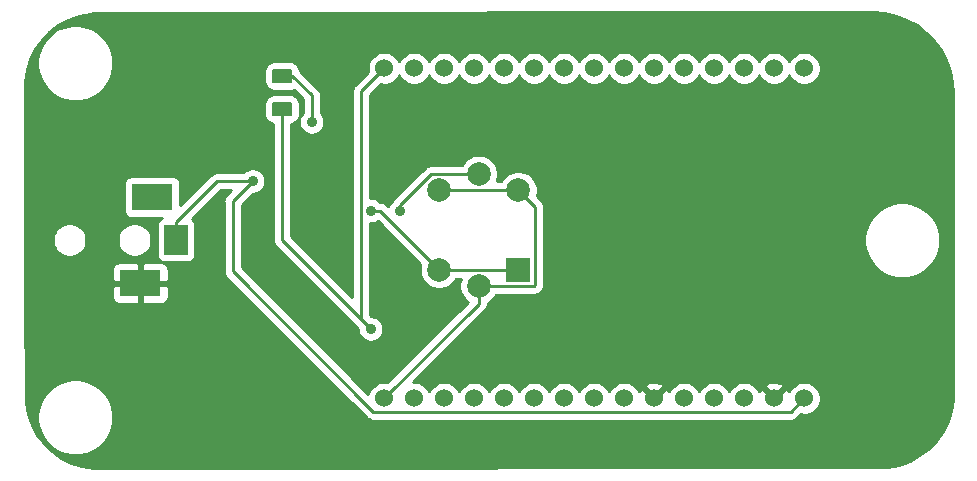
<source format=gtl>
G04 #@! TF.GenerationSoftware,KiCad,Pcbnew,5.1.5-52549c5~86~ubuntu18.04.1*
G04 #@! TF.CreationDate,2020-05-06T11:13:41-04:00*
G04 #@! TF.ProjectId,co_sensor,636f5f73-656e-4736-9f72-2e6b69636164,1.0*
G04 #@! TF.SameCoordinates,Original*
G04 #@! TF.FileFunction,Copper,L1,Top*
G04 #@! TF.FilePolarity,Positive*
%FSLAX46Y46*%
G04 Gerber Fmt 4.6, Leading zero omitted, Abs format (unit mm)*
G04 Created by KiCad (PCBNEW 5.1.5-52549c5~86~ubuntu18.04.1) date 2020-05-06 11:13:41*
%MOMM*%
%LPD*%
G04 APERTURE LIST*
%ADD10R,3.500000X2.300000*%
%ADD11R,2.000000X2.500000*%
%ADD12C,1.524000*%
%ADD13C,0.150000*%
%ADD14C,2.000000*%
%ADD15R,2.000000X2.000000*%
%ADD16C,0.889000*%
%ADD17C,0.254000*%
G04 APERTURE END LIST*
D10*
X130500000Y-126150000D03*
X131500000Y-118850000D03*
D11*
X133500000Y-122500000D03*
D12*
X132540000Y-110080000D03*
X135080000Y-112620000D03*
X137620000Y-105000000D03*
X137620000Y-110080000D03*
X130000000Y-107540000D03*
X130000000Y-105000000D03*
X137620000Y-112620000D03*
X132540000Y-107540000D03*
X135080000Y-107540000D03*
X132540000Y-112620000D03*
X135080000Y-110080000D03*
X135080000Y-105000000D03*
X137620000Y-107540000D03*
X130000000Y-112620000D03*
X132540000Y-105000000D03*
X130000000Y-110080000D03*
X140120000Y-140120000D03*
X137580000Y-140120000D03*
X135040000Y-140120000D03*
X132500000Y-140120000D03*
X140120000Y-137580000D03*
X137580000Y-137580000D03*
X135040000Y-137580000D03*
X132500000Y-137580000D03*
X140120000Y-135040000D03*
X137580000Y-135040000D03*
X135040000Y-135040000D03*
X132500000Y-135040000D03*
X140120000Y-132500000D03*
X137580000Y-132500000D03*
X135040000Y-132500000D03*
X132500000Y-132500000D03*
G04 #@! TA.AperFunction,SMDPad,CuDef*
D13*
G36*
X143149504Y-107976204D02*
G01*
X143173773Y-107979804D01*
X143197571Y-107985765D01*
X143220671Y-107994030D01*
X143242849Y-108004520D01*
X143263893Y-108017133D01*
X143283598Y-108031747D01*
X143301777Y-108048223D01*
X143318253Y-108066402D01*
X143332867Y-108086107D01*
X143345480Y-108107151D01*
X143355970Y-108129329D01*
X143364235Y-108152429D01*
X143370196Y-108176227D01*
X143373796Y-108200496D01*
X143375000Y-108225000D01*
X143375000Y-108975000D01*
X143373796Y-108999504D01*
X143370196Y-109023773D01*
X143364235Y-109047571D01*
X143355970Y-109070671D01*
X143345480Y-109092849D01*
X143332867Y-109113893D01*
X143318253Y-109133598D01*
X143301777Y-109151777D01*
X143283598Y-109168253D01*
X143263893Y-109182867D01*
X143242849Y-109195480D01*
X143220671Y-109205970D01*
X143197571Y-109214235D01*
X143173773Y-109220196D01*
X143149504Y-109223796D01*
X143125000Y-109225000D01*
X141875000Y-109225000D01*
X141850496Y-109223796D01*
X141826227Y-109220196D01*
X141802429Y-109214235D01*
X141779329Y-109205970D01*
X141757151Y-109195480D01*
X141736107Y-109182867D01*
X141716402Y-109168253D01*
X141698223Y-109151777D01*
X141681747Y-109133598D01*
X141667133Y-109113893D01*
X141654520Y-109092849D01*
X141644030Y-109070671D01*
X141635765Y-109047571D01*
X141629804Y-109023773D01*
X141626204Y-108999504D01*
X141625000Y-108975000D01*
X141625000Y-108225000D01*
X141626204Y-108200496D01*
X141629804Y-108176227D01*
X141635765Y-108152429D01*
X141644030Y-108129329D01*
X141654520Y-108107151D01*
X141667133Y-108086107D01*
X141681747Y-108066402D01*
X141698223Y-108048223D01*
X141716402Y-108031747D01*
X141736107Y-108017133D01*
X141757151Y-108004520D01*
X141779329Y-107994030D01*
X141802429Y-107985765D01*
X141826227Y-107979804D01*
X141850496Y-107976204D01*
X141875000Y-107975000D01*
X143125000Y-107975000D01*
X143149504Y-107976204D01*
G37*
G04 #@! TD.AperFunction*
G04 #@! TA.AperFunction,SMDPad,CuDef*
G36*
X143149504Y-110776204D02*
G01*
X143173773Y-110779804D01*
X143197571Y-110785765D01*
X143220671Y-110794030D01*
X143242849Y-110804520D01*
X143263893Y-110817133D01*
X143283598Y-110831747D01*
X143301777Y-110848223D01*
X143318253Y-110866402D01*
X143332867Y-110886107D01*
X143345480Y-110907151D01*
X143355970Y-110929329D01*
X143364235Y-110952429D01*
X143370196Y-110976227D01*
X143373796Y-111000496D01*
X143375000Y-111025000D01*
X143375000Y-111775000D01*
X143373796Y-111799504D01*
X143370196Y-111823773D01*
X143364235Y-111847571D01*
X143355970Y-111870671D01*
X143345480Y-111892849D01*
X143332867Y-111913893D01*
X143318253Y-111933598D01*
X143301777Y-111951777D01*
X143283598Y-111968253D01*
X143263893Y-111982867D01*
X143242849Y-111995480D01*
X143220671Y-112005970D01*
X143197571Y-112014235D01*
X143173773Y-112020196D01*
X143149504Y-112023796D01*
X143125000Y-112025000D01*
X141875000Y-112025000D01*
X141850496Y-112023796D01*
X141826227Y-112020196D01*
X141802429Y-112014235D01*
X141779329Y-112005970D01*
X141757151Y-111995480D01*
X141736107Y-111982867D01*
X141716402Y-111968253D01*
X141698223Y-111951777D01*
X141681747Y-111933598D01*
X141667133Y-111913893D01*
X141654520Y-111892849D01*
X141644030Y-111870671D01*
X141635765Y-111847571D01*
X141629804Y-111823773D01*
X141626204Y-111799504D01*
X141625000Y-111775000D01*
X141625000Y-111025000D01*
X141626204Y-111000496D01*
X141629804Y-110976227D01*
X141635765Y-110952429D01*
X141644030Y-110929329D01*
X141654520Y-110907151D01*
X141667133Y-110886107D01*
X141681747Y-110866402D01*
X141698223Y-110848223D01*
X141716402Y-110831747D01*
X141736107Y-110817133D01*
X141757151Y-110804520D01*
X141779329Y-110794030D01*
X141802429Y-110785765D01*
X141826227Y-110779804D01*
X141850496Y-110776204D01*
X141875000Y-110775000D01*
X143125000Y-110775000D01*
X143149504Y-110776204D01*
G37*
G04 #@! TD.AperFunction*
D14*
X162500000Y-118280000D03*
X155780000Y-118280000D03*
X155780000Y-125000000D03*
D15*
X162500000Y-125000000D03*
D14*
X159140000Y-116890000D03*
X159140000Y-126390000D03*
D12*
X151130000Y-107950000D03*
X153670000Y-107950000D03*
X156210000Y-107950000D03*
X158750000Y-107950000D03*
X161290000Y-107950000D03*
X163830000Y-107950000D03*
X166370000Y-107950000D03*
X168910000Y-107950000D03*
X171450000Y-107950000D03*
X173990000Y-107950000D03*
X176530000Y-107950000D03*
X179070000Y-107950000D03*
X181610000Y-107950000D03*
X184150000Y-107950000D03*
X186690000Y-107950000D03*
X186690000Y-135890000D03*
X184150000Y-135890000D03*
X181610000Y-135890000D03*
X179070000Y-135890000D03*
X176530000Y-135890000D03*
X173990000Y-135890000D03*
X171450000Y-135890000D03*
X168910000Y-135890000D03*
X166370000Y-135890000D03*
X163830000Y-135890000D03*
X161290000Y-135890000D03*
X158750000Y-135890000D03*
X156210000Y-135890000D03*
X153670000Y-135890000D03*
X151130000Y-135890000D03*
D16*
X140000000Y-117500000D03*
X150000000Y-120000000D03*
X152500000Y-120000000D03*
X145000000Y-112500000D03*
X150000000Y-130000000D03*
D17*
X138300000Y-125104000D02*
X138300000Y-123200000D01*
X150229001Y-137033001D02*
X138300000Y-125104000D01*
X186690000Y-135890000D02*
X185546999Y-137033001D01*
X185546999Y-137033001D02*
X150229001Y-137033001D01*
X138300000Y-119200000D02*
X138300000Y-123200000D01*
X140000000Y-117500000D02*
X138300000Y-119200000D01*
X139371383Y-117500000D02*
X140000000Y-117500000D01*
X133500000Y-120996000D02*
X136996000Y-117500000D01*
X136996000Y-117500000D02*
X139371383Y-117500000D01*
X133500000Y-122500000D02*
X133500000Y-120996000D01*
X159140000Y-127880000D02*
X151130000Y-135890000D01*
X159140000Y-126390000D02*
X159140000Y-127880000D01*
X157194213Y-118280000D02*
X162500000Y-118280000D01*
X155780000Y-118280000D02*
X157194213Y-118280000D01*
X163881001Y-126304801D02*
X163795802Y-126390000D01*
X160554213Y-126390000D02*
X159140000Y-126390000D01*
X163881001Y-119661001D02*
X163881001Y-126304801D01*
X163795802Y-126390000D02*
X160554213Y-126390000D01*
X162500000Y-118280000D02*
X163881001Y-119661001D01*
X162500000Y-125000000D02*
X155780000Y-125000000D01*
X155780000Y-125000000D02*
X150780000Y-120000000D01*
X150780000Y-120000000D02*
X150000000Y-120000000D01*
X152500000Y-119516118D02*
X152500000Y-120000000D01*
X159140000Y-116890000D02*
X155126118Y-116890000D01*
X155126118Y-116890000D02*
X152500000Y-119516118D01*
X145000000Y-110225000D02*
X145000000Y-112500000D01*
X142500000Y-108600000D02*
X143375000Y-108600000D01*
X143375000Y-108600000D02*
X145000000Y-110225000D01*
X150368001Y-108711999D02*
X151130000Y-107950000D01*
X149174499Y-109905501D02*
X150368001Y-108711999D01*
X149174499Y-129174499D02*
X149174499Y-109905501D01*
X150000000Y-130000000D02*
X149174499Y-129174499D01*
X142500000Y-122500000D02*
X142500000Y-111400000D01*
X150000000Y-130000000D02*
X142500000Y-122500000D01*
G36*
X193479921Y-103282898D02*
G01*
X194439310Y-103494712D01*
X195358078Y-103842801D01*
X196216970Y-104319873D01*
X196998000Y-104915937D01*
X197684801Y-105618500D01*
X198262993Y-106412852D01*
X198720456Y-107282347D01*
X199047612Y-108208774D01*
X199238388Y-109176698D01*
X199290070Y-110021693D01*
X199290071Y-134988055D01*
X199289870Y-134991405D01*
X199282289Y-135995296D01*
X199131516Y-136933179D01*
X198840617Y-137837451D01*
X198416279Y-138687327D01*
X197868274Y-139463235D01*
X197209212Y-140147320D01*
X196454252Y-140723849D01*
X195620769Y-141179551D01*
X194727958Y-141503931D01*
X193779871Y-141692815D01*
X193449156Y-141723304D01*
X127511730Y-141790058D01*
X127508595Y-141789870D01*
X126504704Y-141782289D01*
X125566821Y-141631516D01*
X124662549Y-141340617D01*
X123812673Y-140916279D01*
X123036765Y-140368274D01*
X122352680Y-139709212D01*
X121776151Y-138954252D01*
X121320449Y-138120769D01*
X120996069Y-137227958D01*
X120987195Y-137183411D01*
X121785623Y-137183411D01*
X121785623Y-137816589D01*
X121909150Y-138437599D01*
X122151456Y-139022578D01*
X122503230Y-139549046D01*
X122950954Y-139996770D01*
X123477422Y-140348544D01*
X124062401Y-140590850D01*
X124683411Y-140714377D01*
X125316589Y-140714377D01*
X125937599Y-140590850D01*
X126522578Y-140348544D01*
X127049046Y-139996770D01*
X127496770Y-139549046D01*
X127848544Y-139022578D01*
X128090850Y-138437599D01*
X128214377Y-137816589D01*
X128214377Y-137183411D01*
X128090850Y-136562401D01*
X127848544Y-135977422D01*
X127496770Y-135450954D01*
X127049046Y-135003230D01*
X126522578Y-134651456D01*
X125937599Y-134409150D01*
X125316589Y-134285623D01*
X124683411Y-134285623D01*
X124062401Y-134409150D01*
X123477422Y-134651456D01*
X122950954Y-135003230D01*
X122503230Y-135450954D01*
X122151456Y-135977422D01*
X121909150Y-136562401D01*
X121785623Y-137183411D01*
X120987195Y-137183411D01*
X120807185Y-136279871D01*
X120776646Y-135948611D01*
X120754411Y-127300000D01*
X128111928Y-127300000D01*
X128124188Y-127424482D01*
X128160498Y-127544180D01*
X128219463Y-127654494D01*
X128298815Y-127751185D01*
X128395506Y-127830537D01*
X128505820Y-127889502D01*
X128625518Y-127925812D01*
X128750000Y-127938072D01*
X130214250Y-127935000D01*
X130373000Y-127776250D01*
X130373000Y-126277000D01*
X130627000Y-126277000D01*
X130627000Y-127776250D01*
X130785750Y-127935000D01*
X132250000Y-127938072D01*
X132374482Y-127925812D01*
X132494180Y-127889502D01*
X132604494Y-127830537D01*
X132701185Y-127751185D01*
X132780537Y-127654494D01*
X132839502Y-127544180D01*
X132875812Y-127424482D01*
X132888072Y-127300000D01*
X132885000Y-126435750D01*
X132726250Y-126277000D01*
X130627000Y-126277000D01*
X130373000Y-126277000D01*
X128273750Y-126277000D01*
X128115000Y-126435750D01*
X128111928Y-127300000D01*
X120754411Y-127300000D01*
X120748498Y-125000000D01*
X128111928Y-125000000D01*
X128115000Y-125864250D01*
X128273750Y-126023000D01*
X130373000Y-126023000D01*
X130373000Y-124523750D01*
X130214250Y-124365000D01*
X128750000Y-124361928D01*
X128625518Y-124374188D01*
X128505820Y-124410498D01*
X128395506Y-124469463D01*
X128298815Y-124548815D01*
X128219463Y-124645506D01*
X128160498Y-124755820D01*
X128124188Y-124875518D01*
X128111928Y-125000000D01*
X120748498Y-125000000D01*
X120741707Y-122358665D01*
X123065000Y-122358665D01*
X123065000Y-122641335D01*
X123120147Y-122918574D01*
X123228320Y-123179727D01*
X123385363Y-123414759D01*
X123585241Y-123614637D01*
X123820273Y-123771680D01*
X124081426Y-123879853D01*
X124358665Y-123935000D01*
X124641335Y-123935000D01*
X124918574Y-123879853D01*
X125179727Y-123771680D01*
X125414759Y-123614637D01*
X125614637Y-123414759D01*
X125771680Y-123179727D01*
X125879853Y-122918574D01*
X125935000Y-122641335D01*
X125935000Y-122358665D01*
X128565000Y-122358665D01*
X128565000Y-122641335D01*
X128620147Y-122918574D01*
X128728320Y-123179727D01*
X128885363Y-123414759D01*
X129085241Y-123614637D01*
X129320273Y-123771680D01*
X129581426Y-123879853D01*
X129858665Y-123935000D01*
X130141335Y-123935000D01*
X130418574Y-123879853D01*
X130679727Y-123771680D01*
X130914759Y-123614637D01*
X131114637Y-123414759D01*
X131271680Y-123179727D01*
X131379853Y-122918574D01*
X131435000Y-122641335D01*
X131435000Y-122358665D01*
X131379853Y-122081426D01*
X131271680Y-121820273D01*
X131114637Y-121585241D01*
X130914759Y-121385363D01*
X130679727Y-121228320D01*
X130418574Y-121120147D01*
X130141335Y-121065000D01*
X129858665Y-121065000D01*
X129581426Y-121120147D01*
X129320273Y-121228320D01*
X129085241Y-121385363D01*
X128885363Y-121585241D01*
X128728320Y-121820273D01*
X128620147Y-122081426D01*
X128565000Y-122358665D01*
X125935000Y-122358665D01*
X125879853Y-122081426D01*
X125771680Y-121820273D01*
X125614637Y-121585241D01*
X125414759Y-121385363D01*
X125179727Y-121228320D01*
X124918574Y-121120147D01*
X124641335Y-121065000D01*
X124358665Y-121065000D01*
X124081426Y-121120147D01*
X123820273Y-121228320D01*
X123585241Y-121385363D01*
X123385363Y-121585241D01*
X123228320Y-121820273D01*
X123120147Y-122081426D01*
X123065000Y-122358665D01*
X120741707Y-122358665D01*
X120729730Y-117700000D01*
X129111928Y-117700000D01*
X129111928Y-120000000D01*
X129124188Y-120124482D01*
X129160498Y-120244180D01*
X129219463Y-120354494D01*
X129298815Y-120451185D01*
X129395506Y-120530537D01*
X129505820Y-120589502D01*
X129625518Y-120625812D01*
X129750000Y-120638072D01*
X132329749Y-120638072D01*
X132255820Y-120660498D01*
X132145506Y-120719463D01*
X132048815Y-120798815D01*
X131969463Y-120895506D01*
X131910498Y-121005820D01*
X131874188Y-121125518D01*
X131861928Y-121250000D01*
X131861928Y-123750000D01*
X131874188Y-123874482D01*
X131910498Y-123994180D01*
X131969463Y-124104494D01*
X132048815Y-124201185D01*
X132145506Y-124280537D01*
X132255820Y-124339502D01*
X132368089Y-124373558D01*
X132250000Y-124361928D01*
X130785750Y-124365000D01*
X130627000Y-124523750D01*
X130627000Y-126023000D01*
X132726250Y-126023000D01*
X132885000Y-125864250D01*
X132888072Y-125000000D01*
X132875812Y-124875518D01*
X132839502Y-124755820D01*
X132780537Y-124645506D01*
X132701185Y-124548815D01*
X132604494Y-124469463D01*
X132494180Y-124410498D01*
X132381911Y-124376442D01*
X132500000Y-124388072D01*
X134500000Y-124388072D01*
X134624482Y-124375812D01*
X134744180Y-124339502D01*
X134854494Y-124280537D01*
X134951185Y-124201185D01*
X135030537Y-124104494D01*
X135089502Y-123994180D01*
X135125812Y-123874482D01*
X135138072Y-123750000D01*
X135138072Y-121250000D01*
X135125812Y-121125518D01*
X135089502Y-121005820D01*
X135030537Y-120895506D01*
X134951185Y-120798815D01*
X134854494Y-120719463D01*
X134854281Y-120719349D01*
X137311630Y-118262000D01*
X138160370Y-118262000D01*
X137787654Y-118634716D01*
X137758578Y-118658578D01*
X137702983Y-118726322D01*
X137663355Y-118774608D01*
X137645124Y-118808716D01*
X137592598Y-118906986D01*
X137549026Y-119050623D01*
X137542235Y-119119579D01*
X137534314Y-119200000D01*
X137538000Y-119237423D01*
X137538001Y-123162574D01*
X137538000Y-125066576D01*
X137534314Y-125104000D01*
X137538000Y-125141423D01*
X137538000Y-125141425D01*
X137549026Y-125253377D01*
X137592598Y-125397014D01*
X137625535Y-125458635D01*
X137663355Y-125529392D01*
X137692807Y-125565279D01*
X137758578Y-125645422D01*
X137787654Y-125669284D01*
X149663722Y-137545353D01*
X149687579Y-137574423D01*
X149716649Y-137598280D01*
X149803608Y-137669646D01*
X149814482Y-137675458D01*
X149935986Y-137740403D01*
X150079623Y-137783975D01*
X150191575Y-137795001D01*
X150191578Y-137795001D01*
X150229001Y-137798687D01*
X150266424Y-137795001D01*
X185509576Y-137795001D01*
X185546999Y-137798687D01*
X185584422Y-137795001D01*
X185584425Y-137795001D01*
X185696377Y-137783975D01*
X185840014Y-137740403D01*
X185972391Y-137669646D01*
X186088421Y-137574423D01*
X186112283Y-137545347D01*
X186400789Y-137256841D01*
X186552408Y-137287000D01*
X186827592Y-137287000D01*
X187097490Y-137233314D01*
X187351727Y-137128005D01*
X187580535Y-136975120D01*
X187775120Y-136780535D01*
X187928005Y-136551727D01*
X188033314Y-136297490D01*
X188087000Y-136027592D01*
X188087000Y-135752408D01*
X188033314Y-135482510D01*
X187928005Y-135228273D01*
X187775120Y-134999465D01*
X187580535Y-134804880D01*
X187351727Y-134651995D01*
X187097490Y-134546686D01*
X186827592Y-134493000D01*
X186552408Y-134493000D01*
X186282510Y-134546686D01*
X186028273Y-134651995D01*
X185799465Y-134804880D01*
X185604880Y-134999465D01*
X185451995Y-135228273D01*
X185422308Y-135299943D01*
X185417636Y-135286977D01*
X185355656Y-135171020D01*
X185115565Y-135104040D01*
X184329605Y-135890000D01*
X184343748Y-135904143D01*
X184164143Y-136083748D01*
X184150000Y-136069605D01*
X184135858Y-136083748D01*
X183956253Y-135904143D01*
X183970395Y-135890000D01*
X183184435Y-135104040D01*
X182944344Y-135171020D01*
X182880515Y-135306760D01*
X182848005Y-135228273D01*
X182695120Y-134999465D01*
X182620090Y-134924435D01*
X183364040Y-134924435D01*
X184150000Y-135710395D01*
X184935960Y-134924435D01*
X184868980Y-134684344D01*
X184619952Y-134567244D01*
X184352865Y-134500977D01*
X184077983Y-134488090D01*
X183805867Y-134529078D01*
X183546977Y-134622364D01*
X183431020Y-134684344D01*
X183364040Y-134924435D01*
X182620090Y-134924435D01*
X182500535Y-134804880D01*
X182271727Y-134651995D01*
X182017490Y-134546686D01*
X181747592Y-134493000D01*
X181472408Y-134493000D01*
X181202510Y-134546686D01*
X180948273Y-134651995D01*
X180719465Y-134804880D01*
X180524880Y-134999465D01*
X180371995Y-135228273D01*
X180340000Y-135305515D01*
X180308005Y-135228273D01*
X180155120Y-134999465D01*
X179960535Y-134804880D01*
X179731727Y-134651995D01*
X179477490Y-134546686D01*
X179207592Y-134493000D01*
X178932408Y-134493000D01*
X178662510Y-134546686D01*
X178408273Y-134651995D01*
X178179465Y-134804880D01*
X177984880Y-134999465D01*
X177831995Y-135228273D01*
X177800000Y-135305515D01*
X177768005Y-135228273D01*
X177615120Y-134999465D01*
X177420535Y-134804880D01*
X177191727Y-134651995D01*
X176937490Y-134546686D01*
X176667592Y-134493000D01*
X176392408Y-134493000D01*
X176122510Y-134546686D01*
X175868273Y-134651995D01*
X175639465Y-134804880D01*
X175444880Y-134999465D01*
X175291995Y-135228273D01*
X175262308Y-135299943D01*
X175257636Y-135286977D01*
X175195656Y-135171020D01*
X174955565Y-135104040D01*
X174169605Y-135890000D01*
X174183748Y-135904143D01*
X174004143Y-136083748D01*
X173990000Y-136069605D01*
X173975858Y-136083748D01*
X173796253Y-135904143D01*
X173810395Y-135890000D01*
X173024435Y-135104040D01*
X172784344Y-135171020D01*
X172720515Y-135306760D01*
X172688005Y-135228273D01*
X172535120Y-134999465D01*
X172460090Y-134924435D01*
X173204040Y-134924435D01*
X173990000Y-135710395D01*
X174775960Y-134924435D01*
X174708980Y-134684344D01*
X174459952Y-134567244D01*
X174192865Y-134500977D01*
X173917983Y-134488090D01*
X173645867Y-134529078D01*
X173386977Y-134622364D01*
X173271020Y-134684344D01*
X173204040Y-134924435D01*
X172460090Y-134924435D01*
X172340535Y-134804880D01*
X172111727Y-134651995D01*
X171857490Y-134546686D01*
X171587592Y-134493000D01*
X171312408Y-134493000D01*
X171042510Y-134546686D01*
X170788273Y-134651995D01*
X170559465Y-134804880D01*
X170364880Y-134999465D01*
X170211995Y-135228273D01*
X170180000Y-135305515D01*
X170148005Y-135228273D01*
X169995120Y-134999465D01*
X169800535Y-134804880D01*
X169571727Y-134651995D01*
X169317490Y-134546686D01*
X169047592Y-134493000D01*
X168772408Y-134493000D01*
X168502510Y-134546686D01*
X168248273Y-134651995D01*
X168019465Y-134804880D01*
X167824880Y-134999465D01*
X167671995Y-135228273D01*
X167640000Y-135305515D01*
X167608005Y-135228273D01*
X167455120Y-134999465D01*
X167260535Y-134804880D01*
X167031727Y-134651995D01*
X166777490Y-134546686D01*
X166507592Y-134493000D01*
X166232408Y-134493000D01*
X165962510Y-134546686D01*
X165708273Y-134651995D01*
X165479465Y-134804880D01*
X165284880Y-134999465D01*
X165131995Y-135228273D01*
X165100000Y-135305515D01*
X165068005Y-135228273D01*
X164915120Y-134999465D01*
X164720535Y-134804880D01*
X164491727Y-134651995D01*
X164237490Y-134546686D01*
X163967592Y-134493000D01*
X163692408Y-134493000D01*
X163422510Y-134546686D01*
X163168273Y-134651995D01*
X162939465Y-134804880D01*
X162744880Y-134999465D01*
X162591995Y-135228273D01*
X162560000Y-135305515D01*
X162528005Y-135228273D01*
X162375120Y-134999465D01*
X162180535Y-134804880D01*
X161951727Y-134651995D01*
X161697490Y-134546686D01*
X161427592Y-134493000D01*
X161152408Y-134493000D01*
X160882510Y-134546686D01*
X160628273Y-134651995D01*
X160399465Y-134804880D01*
X160204880Y-134999465D01*
X160051995Y-135228273D01*
X160020000Y-135305515D01*
X159988005Y-135228273D01*
X159835120Y-134999465D01*
X159640535Y-134804880D01*
X159411727Y-134651995D01*
X159157490Y-134546686D01*
X158887592Y-134493000D01*
X158612408Y-134493000D01*
X158342510Y-134546686D01*
X158088273Y-134651995D01*
X157859465Y-134804880D01*
X157664880Y-134999465D01*
X157511995Y-135228273D01*
X157480000Y-135305515D01*
X157448005Y-135228273D01*
X157295120Y-134999465D01*
X157100535Y-134804880D01*
X156871727Y-134651995D01*
X156617490Y-134546686D01*
X156347592Y-134493000D01*
X156072408Y-134493000D01*
X155802510Y-134546686D01*
X155548273Y-134651995D01*
X155319465Y-134804880D01*
X155124880Y-134999465D01*
X154971995Y-135228273D01*
X154940000Y-135305515D01*
X154908005Y-135228273D01*
X154755120Y-134999465D01*
X154560535Y-134804880D01*
X154331727Y-134651995D01*
X154077490Y-134546686D01*
X153807592Y-134493000D01*
X153604630Y-134493000D01*
X159652346Y-128445284D01*
X159681422Y-128421422D01*
X159741857Y-128347781D01*
X159776645Y-128305393D01*
X159847401Y-128173016D01*
X159847402Y-128173015D01*
X159890974Y-128029378D01*
X159902000Y-127917426D01*
X159902000Y-127917423D01*
X159905686Y-127880000D01*
X159902142Y-127844021D01*
X159914463Y-127838918D01*
X160182252Y-127659987D01*
X160409987Y-127432252D01*
X160588918Y-127164463D01*
X160594080Y-127152000D01*
X163758379Y-127152000D01*
X163795802Y-127155686D01*
X163833225Y-127152000D01*
X163833228Y-127152000D01*
X163945180Y-127140974D01*
X164088817Y-127097402D01*
X164221194Y-127026645D01*
X164337224Y-126931422D01*
X164361088Y-126902344D01*
X164393344Y-126870088D01*
X164422423Y-126846223D01*
X164517646Y-126730193D01*
X164588403Y-126597816D01*
X164631975Y-126454179D01*
X164643001Y-126342227D01*
X164643001Y-126342224D01*
X164646687Y-126304801D01*
X164643001Y-126267378D01*
X164643001Y-122183411D01*
X191785623Y-122183411D01*
X191785623Y-122816589D01*
X191909150Y-123437599D01*
X192151456Y-124022578D01*
X192503230Y-124549046D01*
X192950954Y-124996770D01*
X193477422Y-125348544D01*
X194062401Y-125590850D01*
X194683411Y-125714377D01*
X195316589Y-125714377D01*
X195937599Y-125590850D01*
X196522578Y-125348544D01*
X197049046Y-124996770D01*
X197496770Y-124549046D01*
X197848544Y-124022578D01*
X198090850Y-123437599D01*
X198214377Y-122816589D01*
X198214377Y-122183411D01*
X198090850Y-121562401D01*
X197848544Y-120977422D01*
X197496770Y-120450954D01*
X197049046Y-120003230D01*
X196522578Y-119651456D01*
X195937599Y-119409150D01*
X195316589Y-119285623D01*
X194683411Y-119285623D01*
X194062401Y-119409150D01*
X193477422Y-119651456D01*
X192950954Y-120003230D01*
X192503230Y-120450954D01*
X192151456Y-120977422D01*
X191909150Y-121562401D01*
X191785623Y-122183411D01*
X164643001Y-122183411D01*
X164643001Y-119698423D01*
X164646687Y-119661000D01*
X164635753Y-119549987D01*
X164631975Y-119511623D01*
X164588403Y-119367986D01*
X164517646Y-119235609D01*
X164422423Y-119119579D01*
X164393354Y-119095723D01*
X164067006Y-118769375D01*
X164072168Y-118756912D01*
X164135000Y-118441033D01*
X164135000Y-118118967D01*
X164072168Y-117803088D01*
X163948918Y-117505537D01*
X163769987Y-117237748D01*
X163542252Y-117010013D01*
X163274463Y-116831082D01*
X162976912Y-116707832D01*
X162661033Y-116645000D01*
X162338967Y-116645000D01*
X162023088Y-116707832D01*
X161725537Y-116831082D01*
X161457748Y-117010013D01*
X161230013Y-117237748D01*
X161051082Y-117505537D01*
X161045920Y-117518000D01*
X160649585Y-117518000D01*
X160712168Y-117366912D01*
X160775000Y-117051033D01*
X160775000Y-116728967D01*
X160712168Y-116413088D01*
X160588918Y-116115537D01*
X160409987Y-115847748D01*
X160182252Y-115620013D01*
X159914463Y-115441082D01*
X159616912Y-115317832D01*
X159301033Y-115255000D01*
X158978967Y-115255000D01*
X158663088Y-115317832D01*
X158365537Y-115441082D01*
X158097748Y-115620013D01*
X157870013Y-115847748D01*
X157691082Y-116115537D01*
X157685920Y-116128000D01*
X155163541Y-116128000D01*
X155126118Y-116124314D01*
X155088695Y-116128000D01*
X155088692Y-116128000D01*
X154976740Y-116139026D01*
X154833103Y-116182598D01*
X154771482Y-116215535D01*
X154700725Y-116253355D01*
X154658337Y-116288143D01*
X154584696Y-116348578D01*
X154560834Y-116377654D01*
X151987654Y-118950834D01*
X151958578Y-118974696D01*
X151903344Y-119042000D01*
X151863355Y-119090726D01*
X151847933Y-119119579D01*
X151833121Y-119147291D01*
X151811859Y-119161498D01*
X151661498Y-119311859D01*
X151543360Y-119488665D01*
X151485641Y-119628011D01*
X151345284Y-119487654D01*
X151321422Y-119458578D01*
X151205392Y-119363355D01*
X151073015Y-119292598D01*
X150929378Y-119249026D01*
X150817426Y-119238000D01*
X150817423Y-119238000D01*
X150780000Y-119234314D01*
X150762664Y-119236021D01*
X150688141Y-119161498D01*
X150511335Y-119043360D01*
X150314878Y-118961985D01*
X150106321Y-118920500D01*
X149936499Y-118920500D01*
X149936499Y-110221131D01*
X150840789Y-109316841D01*
X150992408Y-109347000D01*
X151267592Y-109347000D01*
X151537490Y-109293314D01*
X151791727Y-109188005D01*
X152020535Y-109035120D01*
X152215120Y-108840535D01*
X152368005Y-108611727D01*
X152400000Y-108534485D01*
X152431995Y-108611727D01*
X152584880Y-108840535D01*
X152779465Y-109035120D01*
X153008273Y-109188005D01*
X153262510Y-109293314D01*
X153532408Y-109347000D01*
X153807592Y-109347000D01*
X154077490Y-109293314D01*
X154331727Y-109188005D01*
X154560535Y-109035120D01*
X154755120Y-108840535D01*
X154908005Y-108611727D01*
X154940000Y-108534485D01*
X154971995Y-108611727D01*
X155124880Y-108840535D01*
X155319465Y-109035120D01*
X155548273Y-109188005D01*
X155802510Y-109293314D01*
X156072408Y-109347000D01*
X156347592Y-109347000D01*
X156617490Y-109293314D01*
X156871727Y-109188005D01*
X157100535Y-109035120D01*
X157295120Y-108840535D01*
X157448005Y-108611727D01*
X157480000Y-108534485D01*
X157511995Y-108611727D01*
X157664880Y-108840535D01*
X157859465Y-109035120D01*
X158088273Y-109188005D01*
X158342510Y-109293314D01*
X158612408Y-109347000D01*
X158887592Y-109347000D01*
X159157490Y-109293314D01*
X159411727Y-109188005D01*
X159640535Y-109035120D01*
X159835120Y-108840535D01*
X159988005Y-108611727D01*
X160020000Y-108534485D01*
X160051995Y-108611727D01*
X160204880Y-108840535D01*
X160399465Y-109035120D01*
X160628273Y-109188005D01*
X160882510Y-109293314D01*
X161152408Y-109347000D01*
X161427592Y-109347000D01*
X161697490Y-109293314D01*
X161951727Y-109188005D01*
X162180535Y-109035120D01*
X162375120Y-108840535D01*
X162528005Y-108611727D01*
X162560000Y-108534485D01*
X162591995Y-108611727D01*
X162744880Y-108840535D01*
X162939465Y-109035120D01*
X163168273Y-109188005D01*
X163422510Y-109293314D01*
X163692408Y-109347000D01*
X163967592Y-109347000D01*
X164237490Y-109293314D01*
X164491727Y-109188005D01*
X164720535Y-109035120D01*
X164915120Y-108840535D01*
X165068005Y-108611727D01*
X165100000Y-108534485D01*
X165131995Y-108611727D01*
X165284880Y-108840535D01*
X165479465Y-109035120D01*
X165708273Y-109188005D01*
X165962510Y-109293314D01*
X166232408Y-109347000D01*
X166507592Y-109347000D01*
X166777490Y-109293314D01*
X167031727Y-109188005D01*
X167260535Y-109035120D01*
X167455120Y-108840535D01*
X167608005Y-108611727D01*
X167640000Y-108534485D01*
X167671995Y-108611727D01*
X167824880Y-108840535D01*
X168019465Y-109035120D01*
X168248273Y-109188005D01*
X168502510Y-109293314D01*
X168772408Y-109347000D01*
X169047592Y-109347000D01*
X169317490Y-109293314D01*
X169571727Y-109188005D01*
X169800535Y-109035120D01*
X169995120Y-108840535D01*
X170148005Y-108611727D01*
X170180000Y-108534485D01*
X170211995Y-108611727D01*
X170364880Y-108840535D01*
X170559465Y-109035120D01*
X170788273Y-109188005D01*
X171042510Y-109293314D01*
X171312408Y-109347000D01*
X171587592Y-109347000D01*
X171857490Y-109293314D01*
X172111727Y-109188005D01*
X172340535Y-109035120D01*
X172535120Y-108840535D01*
X172688005Y-108611727D01*
X172720000Y-108534485D01*
X172751995Y-108611727D01*
X172904880Y-108840535D01*
X173099465Y-109035120D01*
X173328273Y-109188005D01*
X173582510Y-109293314D01*
X173852408Y-109347000D01*
X174127592Y-109347000D01*
X174397490Y-109293314D01*
X174651727Y-109188005D01*
X174880535Y-109035120D01*
X175075120Y-108840535D01*
X175228005Y-108611727D01*
X175260000Y-108534485D01*
X175291995Y-108611727D01*
X175444880Y-108840535D01*
X175639465Y-109035120D01*
X175868273Y-109188005D01*
X176122510Y-109293314D01*
X176392408Y-109347000D01*
X176667592Y-109347000D01*
X176937490Y-109293314D01*
X177191727Y-109188005D01*
X177420535Y-109035120D01*
X177615120Y-108840535D01*
X177768005Y-108611727D01*
X177800000Y-108534485D01*
X177831995Y-108611727D01*
X177984880Y-108840535D01*
X178179465Y-109035120D01*
X178408273Y-109188005D01*
X178662510Y-109293314D01*
X178932408Y-109347000D01*
X179207592Y-109347000D01*
X179477490Y-109293314D01*
X179731727Y-109188005D01*
X179960535Y-109035120D01*
X180155120Y-108840535D01*
X180308005Y-108611727D01*
X180340000Y-108534485D01*
X180371995Y-108611727D01*
X180524880Y-108840535D01*
X180719465Y-109035120D01*
X180948273Y-109188005D01*
X181202510Y-109293314D01*
X181472408Y-109347000D01*
X181747592Y-109347000D01*
X182017490Y-109293314D01*
X182271727Y-109188005D01*
X182500535Y-109035120D01*
X182695120Y-108840535D01*
X182848005Y-108611727D01*
X182880000Y-108534485D01*
X182911995Y-108611727D01*
X183064880Y-108840535D01*
X183259465Y-109035120D01*
X183488273Y-109188005D01*
X183742510Y-109293314D01*
X184012408Y-109347000D01*
X184287592Y-109347000D01*
X184557490Y-109293314D01*
X184811727Y-109188005D01*
X185040535Y-109035120D01*
X185235120Y-108840535D01*
X185388005Y-108611727D01*
X185420000Y-108534485D01*
X185451995Y-108611727D01*
X185604880Y-108840535D01*
X185799465Y-109035120D01*
X186028273Y-109188005D01*
X186282510Y-109293314D01*
X186552408Y-109347000D01*
X186827592Y-109347000D01*
X187097490Y-109293314D01*
X187351727Y-109188005D01*
X187580535Y-109035120D01*
X187775120Y-108840535D01*
X187928005Y-108611727D01*
X188033314Y-108357490D01*
X188087000Y-108087592D01*
X188087000Y-107812408D01*
X188033314Y-107542510D01*
X187928005Y-107288273D01*
X187775120Y-107059465D01*
X187580535Y-106864880D01*
X187351727Y-106711995D01*
X187097490Y-106606686D01*
X186827592Y-106553000D01*
X186552408Y-106553000D01*
X186282510Y-106606686D01*
X186028273Y-106711995D01*
X185799465Y-106864880D01*
X185604880Y-107059465D01*
X185451995Y-107288273D01*
X185420000Y-107365515D01*
X185388005Y-107288273D01*
X185235120Y-107059465D01*
X185040535Y-106864880D01*
X184811727Y-106711995D01*
X184557490Y-106606686D01*
X184287592Y-106553000D01*
X184012408Y-106553000D01*
X183742510Y-106606686D01*
X183488273Y-106711995D01*
X183259465Y-106864880D01*
X183064880Y-107059465D01*
X182911995Y-107288273D01*
X182880000Y-107365515D01*
X182848005Y-107288273D01*
X182695120Y-107059465D01*
X182500535Y-106864880D01*
X182271727Y-106711995D01*
X182017490Y-106606686D01*
X181747592Y-106553000D01*
X181472408Y-106553000D01*
X181202510Y-106606686D01*
X180948273Y-106711995D01*
X180719465Y-106864880D01*
X180524880Y-107059465D01*
X180371995Y-107288273D01*
X180340000Y-107365515D01*
X180308005Y-107288273D01*
X180155120Y-107059465D01*
X179960535Y-106864880D01*
X179731727Y-106711995D01*
X179477490Y-106606686D01*
X179207592Y-106553000D01*
X178932408Y-106553000D01*
X178662510Y-106606686D01*
X178408273Y-106711995D01*
X178179465Y-106864880D01*
X177984880Y-107059465D01*
X177831995Y-107288273D01*
X177800000Y-107365515D01*
X177768005Y-107288273D01*
X177615120Y-107059465D01*
X177420535Y-106864880D01*
X177191727Y-106711995D01*
X176937490Y-106606686D01*
X176667592Y-106553000D01*
X176392408Y-106553000D01*
X176122510Y-106606686D01*
X175868273Y-106711995D01*
X175639465Y-106864880D01*
X175444880Y-107059465D01*
X175291995Y-107288273D01*
X175260000Y-107365515D01*
X175228005Y-107288273D01*
X175075120Y-107059465D01*
X174880535Y-106864880D01*
X174651727Y-106711995D01*
X174397490Y-106606686D01*
X174127592Y-106553000D01*
X173852408Y-106553000D01*
X173582510Y-106606686D01*
X173328273Y-106711995D01*
X173099465Y-106864880D01*
X172904880Y-107059465D01*
X172751995Y-107288273D01*
X172720000Y-107365515D01*
X172688005Y-107288273D01*
X172535120Y-107059465D01*
X172340535Y-106864880D01*
X172111727Y-106711995D01*
X171857490Y-106606686D01*
X171587592Y-106553000D01*
X171312408Y-106553000D01*
X171042510Y-106606686D01*
X170788273Y-106711995D01*
X170559465Y-106864880D01*
X170364880Y-107059465D01*
X170211995Y-107288273D01*
X170180000Y-107365515D01*
X170148005Y-107288273D01*
X169995120Y-107059465D01*
X169800535Y-106864880D01*
X169571727Y-106711995D01*
X169317490Y-106606686D01*
X169047592Y-106553000D01*
X168772408Y-106553000D01*
X168502510Y-106606686D01*
X168248273Y-106711995D01*
X168019465Y-106864880D01*
X167824880Y-107059465D01*
X167671995Y-107288273D01*
X167640000Y-107365515D01*
X167608005Y-107288273D01*
X167455120Y-107059465D01*
X167260535Y-106864880D01*
X167031727Y-106711995D01*
X166777490Y-106606686D01*
X166507592Y-106553000D01*
X166232408Y-106553000D01*
X165962510Y-106606686D01*
X165708273Y-106711995D01*
X165479465Y-106864880D01*
X165284880Y-107059465D01*
X165131995Y-107288273D01*
X165100000Y-107365515D01*
X165068005Y-107288273D01*
X164915120Y-107059465D01*
X164720535Y-106864880D01*
X164491727Y-106711995D01*
X164237490Y-106606686D01*
X163967592Y-106553000D01*
X163692408Y-106553000D01*
X163422510Y-106606686D01*
X163168273Y-106711995D01*
X162939465Y-106864880D01*
X162744880Y-107059465D01*
X162591995Y-107288273D01*
X162560000Y-107365515D01*
X162528005Y-107288273D01*
X162375120Y-107059465D01*
X162180535Y-106864880D01*
X161951727Y-106711995D01*
X161697490Y-106606686D01*
X161427592Y-106553000D01*
X161152408Y-106553000D01*
X160882510Y-106606686D01*
X160628273Y-106711995D01*
X160399465Y-106864880D01*
X160204880Y-107059465D01*
X160051995Y-107288273D01*
X160020000Y-107365515D01*
X159988005Y-107288273D01*
X159835120Y-107059465D01*
X159640535Y-106864880D01*
X159411727Y-106711995D01*
X159157490Y-106606686D01*
X158887592Y-106553000D01*
X158612408Y-106553000D01*
X158342510Y-106606686D01*
X158088273Y-106711995D01*
X157859465Y-106864880D01*
X157664880Y-107059465D01*
X157511995Y-107288273D01*
X157480000Y-107365515D01*
X157448005Y-107288273D01*
X157295120Y-107059465D01*
X157100535Y-106864880D01*
X156871727Y-106711995D01*
X156617490Y-106606686D01*
X156347592Y-106553000D01*
X156072408Y-106553000D01*
X155802510Y-106606686D01*
X155548273Y-106711995D01*
X155319465Y-106864880D01*
X155124880Y-107059465D01*
X154971995Y-107288273D01*
X154940000Y-107365515D01*
X154908005Y-107288273D01*
X154755120Y-107059465D01*
X154560535Y-106864880D01*
X154331727Y-106711995D01*
X154077490Y-106606686D01*
X153807592Y-106553000D01*
X153532408Y-106553000D01*
X153262510Y-106606686D01*
X153008273Y-106711995D01*
X152779465Y-106864880D01*
X152584880Y-107059465D01*
X152431995Y-107288273D01*
X152400000Y-107365515D01*
X152368005Y-107288273D01*
X152215120Y-107059465D01*
X152020535Y-106864880D01*
X151791727Y-106711995D01*
X151537490Y-106606686D01*
X151267592Y-106553000D01*
X150992408Y-106553000D01*
X150722510Y-106606686D01*
X150468273Y-106711995D01*
X150239465Y-106864880D01*
X150044880Y-107059465D01*
X149891995Y-107288273D01*
X149786686Y-107542510D01*
X149733000Y-107812408D01*
X149733000Y-108087592D01*
X149763159Y-108239211D01*
X148662148Y-109340222D01*
X148633078Y-109364079D01*
X148609221Y-109393149D01*
X148609220Y-109393150D01*
X148537854Y-109480109D01*
X148467098Y-109612486D01*
X148423526Y-109756123D01*
X148408813Y-109905501D01*
X148412500Y-109942934D01*
X148412499Y-127334869D01*
X143262000Y-122184370D01*
X143262000Y-112649579D01*
X143298254Y-112646008D01*
X143464850Y-112595472D01*
X143618386Y-112513405D01*
X143752962Y-112402962D01*
X143863405Y-112268386D01*
X143945472Y-112114850D01*
X143996008Y-111948254D01*
X144013072Y-111775000D01*
X144013072Y-111025000D01*
X143996008Y-110851746D01*
X143945472Y-110685150D01*
X143863405Y-110531614D01*
X143752962Y-110397038D01*
X143618386Y-110286595D01*
X143464850Y-110204528D01*
X143298254Y-110153992D01*
X143125000Y-110136928D01*
X141875000Y-110136928D01*
X141701746Y-110153992D01*
X141535150Y-110204528D01*
X141381614Y-110286595D01*
X141247038Y-110397038D01*
X141136595Y-110531614D01*
X141054528Y-110685150D01*
X141003992Y-110851746D01*
X140986928Y-111025000D01*
X140986928Y-111775000D01*
X141003992Y-111948254D01*
X141054528Y-112114850D01*
X141136595Y-112268386D01*
X141247038Y-112402962D01*
X141381614Y-112513405D01*
X141535150Y-112595472D01*
X141701746Y-112646008D01*
X141738001Y-112649579D01*
X141738000Y-122462577D01*
X141734314Y-122500000D01*
X141738000Y-122537423D01*
X141738000Y-122537425D01*
X141749026Y-122649377D01*
X141792598Y-122793014D01*
X141792599Y-122793015D01*
X141863355Y-122925392D01*
X141902983Y-122973678D01*
X141958578Y-123041422D01*
X141987654Y-123065284D01*
X148609216Y-129686846D01*
X148633077Y-129715921D01*
X148662153Y-129739783D01*
X148920500Y-129998130D01*
X148920500Y-130106321D01*
X148961985Y-130314878D01*
X149043360Y-130511335D01*
X149161498Y-130688141D01*
X149311859Y-130838502D01*
X149488665Y-130956640D01*
X149685122Y-131038015D01*
X149893679Y-131079500D01*
X150106321Y-131079500D01*
X150314878Y-131038015D01*
X150511335Y-130956640D01*
X150688141Y-130838502D01*
X150838502Y-130688141D01*
X150956640Y-130511335D01*
X151038015Y-130314878D01*
X151079500Y-130106321D01*
X151079500Y-129893679D01*
X151038015Y-129685122D01*
X150956640Y-129488665D01*
X150838502Y-129311859D01*
X150688141Y-129161498D01*
X150511335Y-129043360D01*
X150314878Y-128961985D01*
X150106321Y-128920500D01*
X149998130Y-128920500D01*
X149936499Y-128858869D01*
X149936499Y-121079500D01*
X150106321Y-121079500D01*
X150314878Y-121038015D01*
X150511335Y-120956640D01*
X150599860Y-120897490D01*
X154212994Y-124510625D01*
X154207832Y-124523088D01*
X154145000Y-124838967D01*
X154145000Y-125161033D01*
X154207832Y-125476912D01*
X154331082Y-125774463D01*
X154510013Y-126042252D01*
X154737748Y-126269987D01*
X155005537Y-126448918D01*
X155303088Y-126572168D01*
X155618967Y-126635000D01*
X155941033Y-126635000D01*
X156256912Y-126572168D01*
X156554463Y-126448918D01*
X156822252Y-126269987D01*
X157049987Y-126042252D01*
X157228918Y-125774463D01*
X157234080Y-125762000D01*
X157630415Y-125762000D01*
X157567832Y-125913088D01*
X157505000Y-126228967D01*
X157505000Y-126551033D01*
X157567832Y-126866912D01*
X157691082Y-127164463D01*
X157870013Y-127432252D01*
X158097748Y-127659987D01*
X158208429Y-127733941D01*
X151419211Y-134523159D01*
X151267592Y-134493000D01*
X150992408Y-134493000D01*
X150722510Y-134546686D01*
X150468273Y-134651995D01*
X150239465Y-134804880D01*
X150044880Y-134999465D01*
X149891995Y-135228273D01*
X149786686Y-135482510D01*
X149781618Y-135507987D01*
X139062000Y-124788370D01*
X139062000Y-119515630D01*
X139998131Y-118579500D01*
X140106321Y-118579500D01*
X140314878Y-118538015D01*
X140511335Y-118456640D01*
X140688141Y-118338502D01*
X140838502Y-118188141D01*
X140956640Y-118011335D01*
X141038015Y-117814878D01*
X141079500Y-117606321D01*
X141079500Y-117393679D01*
X141038015Y-117185122D01*
X140956640Y-116988665D01*
X140838502Y-116811859D01*
X140688141Y-116661498D01*
X140511335Y-116543360D01*
X140314878Y-116461985D01*
X140106321Y-116420500D01*
X139893679Y-116420500D01*
X139685122Y-116461985D01*
X139488665Y-116543360D01*
X139311859Y-116661498D01*
X139235357Y-116738000D01*
X137033423Y-116738000D01*
X136996000Y-116734314D01*
X136958577Y-116738000D01*
X136958574Y-116738000D01*
X136846622Y-116749026D01*
X136702985Y-116792598D01*
X136641364Y-116825535D01*
X136570607Y-116863355D01*
X136538141Y-116890000D01*
X136454578Y-116958578D01*
X136430716Y-116987654D01*
X133888072Y-119530298D01*
X133888072Y-117700000D01*
X133875812Y-117575518D01*
X133839502Y-117455820D01*
X133780537Y-117345506D01*
X133701185Y-117248815D01*
X133604494Y-117169463D01*
X133494180Y-117110498D01*
X133374482Y-117074188D01*
X133250000Y-117061928D01*
X129750000Y-117061928D01*
X129625518Y-117074188D01*
X129505820Y-117110498D01*
X129395506Y-117169463D01*
X129298815Y-117248815D01*
X129219463Y-117345506D01*
X129160498Y-117455820D01*
X129124188Y-117575518D01*
X129111928Y-117700000D01*
X120729730Y-117700000D01*
X120709961Y-110011417D01*
X120710130Y-110008595D01*
X120717711Y-109004704D01*
X120868484Y-108066821D01*
X121152671Y-107183411D01*
X121785623Y-107183411D01*
X121785623Y-107816589D01*
X121909150Y-108437599D01*
X122151456Y-109022578D01*
X122503230Y-109549046D01*
X122950954Y-109996770D01*
X123477422Y-110348544D01*
X124062401Y-110590850D01*
X124683411Y-110714377D01*
X125316589Y-110714377D01*
X125937599Y-110590850D01*
X126522578Y-110348544D01*
X127049046Y-109996770D01*
X127496770Y-109549046D01*
X127848544Y-109022578D01*
X128090850Y-108437599D01*
X128133138Y-108225000D01*
X140986928Y-108225000D01*
X140986928Y-108975000D01*
X141003992Y-109148254D01*
X141054528Y-109314850D01*
X141136595Y-109468386D01*
X141247038Y-109602962D01*
X141381614Y-109713405D01*
X141535150Y-109795472D01*
X141701746Y-109846008D01*
X141875000Y-109863072D01*
X143125000Y-109863072D01*
X143298254Y-109846008D01*
X143464850Y-109795472D01*
X143483091Y-109785722D01*
X144238000Y-110540631D01*
X144238001Y-111735356D01*
X144161498Y-111811859D01*
X144043360Y-111988665D01*
X143961985Y-112185122D01*
X143920500Y-112393679D01*
X143920500Y-112606321D01*
X143961985Y-112814878D01*
X144043360Y-113011335D01*
X144161498Y-113188141D01*
X144311859Y-113338502D01*
X144488665Y-113456640D01*
X144685122Y-113538015D01*
X144893679Y-113579500D01*
X145106321Y-113579500D01*
X145314878Y-113538015D01*
X145511335Y-113456640D01*
X145688141Y-113338502D01*
X145838502Y-113188141D01*
X145956640Y-113011335D01*
X146038015Y-112814878D01*
X146079500Y-112606321D01*
X146079500Y-112393679D01*
X146038015Y-112185122D01*
X145956640Y-111988665D01*
X145838502Y-111811859D01*
X145762000Y-111735357D01*
X145762000Y-110262422D01*
X145765686Y-110224999D01*
X145762000Y-110187574D01*
X145750974Y-110075622D01*
X145707402Y-109931985D01*
X145636645Y-109799608D01*
X145541422Y-109683578D01*
X145512353Y-109659722D01*
X144006019Y-108153389D01*
X143996008Y-108051746D01*
X143945472Y-107885150D01*
X143863405Y-107731614D01*
X143752962Y-107597038D01*
X143618386Y-107486595D01*
X143464850Y-107404528D01*
X143298254Y-107353992D01*
X143125000Y-107336928D01*
X141875000Y-107336928D01*
X141701746Y-107353992D01*
X141535150Y-107404528D01*
X141381614Y-107486595D01*
X141247038Y-107597038D01*
X141136595Y-107731614D01*
X141054528Y-107885150D01*
X141003992Y-108051746D01*
X140986928Y-108225000D01*
X128133138Y-108225000D01*
X128214377Y-107816589D01*
X128214377Y-107183411D01*
X128090850Y-106562401D01*
X127848544Y-105977422D01*
X127496770Y-105450954D01*
X127049046Y-105003230D01*
X126522578Y-104651456D01*
X125937599Y-104409150D01*
X125316589Y-104285623D01*
X124683411Y-104285623D01*
X124062401Y-104409150D01*
X123477422Y-104651456D01*
X122950954Y-105003230D01*
X122503230Y-105450954D01*
X122151456Y-105977422D01*
X121909150Y-106562401D01*
X121785623Y-107183411D01*
X121152671Y-107183411D01*
X121159384Y-107162546D01*
X121583721Y-106312673D01*
X122131726Y-105536765D01*
X122790791Y-104852677D01*
X123545748Y-104276151D01*
X124379226Y-103820451D01*
X125272044Y-103496069D01*
X126220129Y-103307185D01*
X126550844Y-103276696D01*
X192474627Y-103209956D01*
X193479921Y-103282898D01*
G37*
X193479921Y-103282898D02*
X194439310Y-103494712D01*
X195358078Y-103842801D01*
X196216970Y-104319873D01*
X196998000Y-104915937D01*
X197684801Y-105618500D01*
X198262993Y-106412852D01*
X198720456Y-107282347D01*
X199047612Y-108208774D01*
X199238388Y-109176698D01*
X199290070Y-110021693D01*
X199290071Y-134988055D01*
X199289870Y-134991405D01*
X199282289Y-135995296D01*
X199131516Y-136933179D01*
X198840617Y-137837451D01*
X198416279Y-138687327D01*
X197868274Y-139463235D01*
X197209212Y-140147320D01*
X196454252Y-140723849D01*
X195620769Y-141179551D01*
X194727958Y-141503931D01*
X193779871Y-141692815D01*
X193449156Y-141723304D01*
X127511730Y-141790058D01*
X127508595Y-141789870D01*
X126504704Y-141782289D01*
X125566821Y-141631516D01*
X124662549Y-141340617D01*
X123812673Y-140916279D01*
X123036765Y-140368274D01*
X122352680Y-139709212D01*
X121776151Y-138954252D01*
X121320449Y-138120769D01*
X120996069Y-137227958D01*
X120987195Y-137183411D01*
X121785623Y-137183411D01*
X121785623Y-137816589D01*
X121909150Y-138437599D01*
X122151456Y-139022578D01*
X122503230Y-139549046D01*
X122950954Y-139996770D01*
X123477422Y-140348544D01*
X124062401Y-140590850D01*
X124683411Y-140714377D01*
X125316589Y-140714377D01*
X125937599Y-140590850D01*
X126522578Y-140348544D01*
X127049046Y-139996770D01*
X127496770Y-139549046D01*
X127848544Y-139022578D01*
X128090850Y-138437599D01*
X128214377Y-137816589D01*
X128214377Y-137183411D01*
X128090850Y-136562401D01*
X127848544Y-135977422D01*
X127496770Y-135450954D01*
X127049046Y-135003230D01*
X126522578Y-134651456D01*
X125937599Y-134409150D01*
X125316589Y-134285623D01*
X124683411Y-134285623D01*
X124062401Y-134409150D01*
X123477422Y-134651456D01*
X122950954Y-135003230D01*
X122503230Y-135450954D01*
X122151456Y-135977422D01*
X121909150Y-136562401D01*
X121785623Y-137183411D01*
X120987195Y-137183411D01*
X120807185Y-136279871D01*
X120776646Y-135948611D01*
X120754411Y-127300000D01*
X128111928Y-127300000D01*
X128124188Y-127424482D01*
X128160498Y-127544180D01*
X128219463Y-127654494D01*
X128298815Y-127751185D01*
X128395506Y-127830537D01*
X128505820Y-127889502D01*
X128625518Y-127925812D01*
X128750000Y-127938072D01*
X130214250Y-127935000D01*
X130373000Y-127776250D01*
X130373000Y-126277000D01*
X130627000Y-126277000D01*
X130627000Y-127776250D01*
X130785750Y-127935000D01*
X132250000Y-127938072D01*
X132374482Y-127925812D01*
X132494180Y-127889502D01*
X132604494Y-127830537D01*
X132701185Y-127751185D01*
X132780537Y-127654494D01*
X132839502Y-127544180D01*
X132875812Y-127424482D01*
X132888072Y-127300000D01*
X132885000Y-126435750D01*
X132726250Y-126277000D01*
X130627000Y-126277000D01*
X130373000Y-126277000D01*
X128273750Y-126277000D01*
X128115000Y-126435750D01*
X128111928Y-127300000D01*
X120754411Y-127300000D01*
X120748498Y-125000000D01*
X128111928Y-125000000D01*
X128115000Y-125864250D01*
X128273750Y-126023000D01*
X130373000Y-126023000D01*
X130373000Y-124523750D01*
X130214250Y-124365000D01*
X128750000Y-124361928D01*
X128625518Y-124374188D01*
X128505820Y-124410498D01*
X128395506Y-124469463D01*
X128298815Y-124548815D01*
X128219463Y-124645506D01*
X128160498Y-124755820D01*
X128124188Y-124875518D01*
X128111928Y-125000000D01*
X120748498Y-125000000D01*
X120741707Y-122358665D01*
X123065000Y-122358665D01*
X123065000Y-122641335D01*
X123120147Y-122918574D01*
X123228320Y-123179727D01*
X123385363Y-123414759D01*
X123585241Y-123614637D01*
X123820273Y-123771680D01*
X124081426Y-123879853D01*
X124358665Y-123935000D01*
X124641335Y-123935000D01*
X124918574Y-123879853D01*
X125179727Y-123771680D01*
X125414759Y-123614637D01*
X125614637Y-123414759D01*
X125771680Y-123179727D01*
X125879853Y-122918574D01*
X125935000Y-122641335D01*
X125935000Y-122358665D01*
X128565000Y-122358665D01*
X128565000Y-122641335D01*
X128620147Y-122918574D01*
X128728320Y-123179727D01*
X128885363Y-123414759D01*
X129085241Y-123614637D01*
X129320273Y-123771680D01*
X129581426Y-123879853D01*
X129858665Y-123935000D01*
X130141335Y-123935000D01*
X130418574Y-123879853D01*
X130679727Y-123771680D01*
X130914759Y-123614637D01*
X131114637Y-123414759D01*
X131271680Y-123179727D01*
X131379853Y-122918574D01*
X131435000Y-122641335D01*
X131435000Y-122358665D01*
X131379853Y-122081426D01*
X131271680Y-121820273D01*
X131114637Y-121585241D01*
X130914759Y-121385363D01*
X130679727Y-121228320D01*
X130418574Y-121120147D01*
X130141335Y-121065000D01*
X129858665Y-121065000D01*
X129581426Y-121120147D01*
X129320273Y-121228320D01*
X129085241Y-121385363D01*
X128885363Y-121585241D01*
X128728320Y-121820273D01*
X128620147Y-122081426D01*
X128565000Y-122358665D01*
X125935000Y-122358665D01*
X125879853Y-122081426D01*
X125771680Y-121820273D01*
X125614637Y-121585241D01*
X125414759Y-121385363D01*
X125179727Y-121228320D01*
X124918574Y-121120147D01*
X124641335Y-121065000D01*
X124358665Y-121065000D01*
X124081426Y-121120147D01*
X123820273Y-121228320D01*
X123585241Y-121385363D01*
X123385363Y-121585241D01*
X123228320Y-121820273D01*
X123120147Y-122081426D01*
X123065000Y-122358665D01*
X120741707Y-122358665D01*
X120729730Y-117700000D01*
X129111928Y-117700000D01*
X129111928Y-120000000D01*
X129124188Y-120124482D01*
X129160498Y-120244180D01*
X129219463Y-120354494D01*
X129298815Y-120451185D01*
X129395506Y-120530537D01*
X129505820Y-120589502D01*
X129625518Y-120625812D01*
X129750000Y-120638072D01*
X132329749Y-120638072D01*
X132255820Y-120660498D01*
X132145506Y-120719463D01*
X132048815Y-120798815D01*
X131969463Y-120895506D01*
X131910498Y-121005820D01*
X131874188Y-121125518D01*
X131861928Y-121250000D01*
X131861928Y-123750000D01*
X131874188Y-123874482D01*
X131910498Y-123994180D01*
X131969463Y-124104494D01*
X132048815Y-124201185D01*
X132145506Y-124280537D01*
X132255820Y-124339502D01*
X132368089Y-124373558D01*
X132250000Y-124361928D01*
X130785750Y-124365000D01*
X130627000Y-124523750D01*
X130627000Y-126023000D01*
X132726250Y-126023000D01*
X132885000Y-125864250D01*
X132888072Y-125000000D01*
X132875812Y-124875518D01*
X132839502Y-124755820D01*
X132780537Y-124645506D01*
X132701185Y-124548815D01*
X132604494Y-124469463D01*
X132494180Y-124410498D01*
X132381911Y-124376442D01*
X132500000Y-124388072D01*
X134500000Y-124388072D01*
X134624482Y-124375812D01*
X134744180Y-124339502D01*
X134854494Y-124280537D01*
X134951185Y-124201185D01*
X135030537Y-124104494D01*
X135089502Y-123994180D01*
X135125812Y-123874482D01*
X135138072Y-123750000D01*
X135138072Y-121250000D01*
X135125812Y-121125518D01*
X135089502Y-121005820D01*
X135030537Y-120895506D01*
X134951185Y-120798815D01*
X134854494Y-120719463D01*
X134854281Y-120719349D01*
X137311630Y-118262000D01*
X138160370Y-118262000D01*
X137787654Y-118634716D01*
X137758578Y-118658578D01*
X137702983Y-118726322D01*
X137663355Y-118774608D01*
X137645124Y-118808716D01*
X137592598Y-118906986D01*
X137549026Y-119050623D01*
X137542235Y-119119579D01*
X137534314Y-119200000D01*
X137538000Y-119237423D01*
X137538001Y-123162574D01*
X137538000Y-125066576D01*
X137534314Y-125104000D01*
X137538000Y-125141423D01*
X137538000Y-125141425D01*
X137549026Y-125253377D01*
X137592598Y-125397014D01*
X137625535Y-125458635D01*
X137663355Y-125529392D01*
X137692807Y-125565279D01*
X137758578Y-125645422D01*
X137787654Y-125669284D01*
X149663722Y-137545353D01*
X149687579Y-137574423D01*
X149716649Y-137598280D01*
X149803608Y-137669646D01*
X149814482Y-137675458D01*
X149935986Y-137740403D01*
X150079623Y-137783975D01*
X150191575Y-137795001D01*
X150191578Y-137795001D01*
X150229001Y-137798687D01*
X150266424Y-137795001D01*
X185509576Y-137795001D01*
X185546999Y-137798687D01*
X185584422Y-137795001D01*
X185584425Y-137795001D01*
X185696377Y-137783975D01*
X185840014Y-137740403D01*
X185972391Y-137669646D01*
X186088421Y-137574423D01*
X186112283Y-137545347D01*
X186400789Y-137256841D01*
X186552408Y-137287000D01*
X186827592Y-137287000D01*
X187097490Y-137233314D01*
X187351727Y-137128005D01*
X187580535Y-136975120D01*
X187775120Y-136780535D01*
X187928005Y-136551727D01*
X188033314Y-136297490D01*
X188087000Y-136027592D01*
X188087000Y-135752408D01*
X188033314Y-135482510D01*
X187928005Y-135228273D01*
X187775120Y-134999465D01*
X187580535Y-134804880D01*
X187351727Y-134651995D01*
X187097490Y-134546686D01*
X186827592Y-134493000D01*
X186552408Y-134493000D01*
X186282510Y-134546686D01*
X186028273Y-134651995D01*
X185799465Y-134804880D01*
X185604880Y-134999465D01*
X185451995Y-135228273D01*
X185422308Y-135299943D01*
X185417636Y-135286977D01*
X185355656Y-135171020D01*
X185115565Y-135104040D01*
X184329605Y-135890000D01*
X184343748Y-135904143D01*
X184164143Y-136083748D01*
X184150000Y-136069605D01*
X184135858Y-136083748D01*
X183956253Y-135904143D01*
X183970395Y-135890000D01*
X183184435Y-135104040D01*
X182944344Y-135171020D01*
X182880515Y-135306760D01*
X182848005Y-135228273D01*
X182695120Y-134999465D01*
X182620090Y-134924435D01*
X183364040Y-134924435D01*
X184150000Y-135710395D01*
X184935960Y-134924435D01*
X184868980Y-134684344D01*
X184619952Y-134567244D01*
X184352865Y-134500977D01*
X184077983Y-134488090D01*
X183805867Y-134529078D01*
X183546977Y-134622364D01*
X183431020Y-134684344D01*
X183364040Y-134924435D01*
X182620090Y-134924435D01*
X182500535Y-134804880D01*
X182271727Y-134651995D01*
X182017490Y-134546686D01*
X181747592Y-134493000D01*
X181472408Y-134493000D01*
X181202510Y-134546686D01*
X180948273Y-134651995D01*
X180719465Y-134804880D01*
X180524880Y-134999465D01*
X180371995Y-135228273D01*
X180340000Y-135305515D01*
X180308005Y-135228273D01*
X180155120Y-134999465D01*
X179960535Y-134804880D01*
X179731727Y-134651995D01*
X179477490Y-134546686D01*
X179207592Y-134493000D01*
X178932408Y-134493000D01*
X178662510Y-134546686D01*
X178408273Y-134651995D01*
X178179465Y-134804880D01*
X177984880Y-134999465D01*
X177831995Y-135228273D01*
X177800000Y-135305515D01*
X177768005Y-135228273D01*
X177615120Y-134999465D01*
X177420535Y-134804880D01*
X177191727Y-134651995D01*
X176937490Y-134546686D01*
X176667592Y-134493000D01*
X176392408Y-134493000D01*
X176122510Y-134546686D01*
X175868273Y-134651995D01*
X175639465Y-134804880D01*
X175444880Y-134999465D01*
X175291995Y-135228273D01*
X175262308Y-135299943D01*
X175257636Y-135286977D01*
X175195656Y-135171020D01*
X174955565Y-135104040D01*
X174169605Y-135890000D01*
X174183748Y-135904143D01*
X174004143Y-136083748D01*
X173990000Y-136069605D01*
X173975858Y-136083748D01*
X173796253Y-135904143D01*
X173810395Y-135890000D01*
X173024435Y-135104040D01*
X172784344Y-135171020D01*
X172720515Y-135306760D01*
X172688005Y-135228273D01*
X172535120Y-134999465D01*
X172460090Y-134924435D01*
X173204040Y-134924435D01*
X173990000Y-135710395D01*
X174775960Y-134924435D01*
X174708980Y-134684344D01*
X174459952Y-134567244D01*
X174192865Y-134500977D01*
X173917983Y-134488090D01*
X173645867Y-134529078D01*
X173386977Y-134622364D01*
X173271020Y-134684344D01*
X173204040Y-134924435D01*
X172460090Y-134924435D01*
X172340535Y-134804880D01*
X172111727Y-134651995D01*
X171857490Y-134546686D01*
X171587592Y-134493000D01*
X171312408Y-134493000D01*
X171042510Y-134546686D01*
X170788273Y-134651995D01*
X170559465Y-134804880D01*
X170364880Y-134999465D01*
X170211995Y-135228273D01*
X170180000Y-135305515D01*
X170148005Y-135228273D01*
X169995120Y-134999465D01*
X169800535Y-134804880D01*
X169571727Y-134651995D01*
X169317490Y-134546686D01*
X169047592Y-134493000D01*
X168772408Y-134493000D01*
X168502510Y-134546686D01*
X168248273Y-134651995D01*
X168019465Y-134804880D01*
X167824880Y-134999465D01*
X167671995Y-135228273D01*
X167640000Y-135305515D01*
X167608005Y-135228273D01*
X167455120Y-134999465D01*
X167260535Y-134804880D01*
X167031727Y-134651995D01*
X166777490Y-134546686D01*
X166507592Y-134493000D01*
X166232408Y-134493000D01*
X165962510Y-134546686D01*
X165708273Y-134651995D01*
X165479465Y-134804880D01*
X165284880Y-134999465D01*
X165131995Y-135228273D01*
X165100000Y-135305515D01*
X165068005Y-135228273D01*
X164915120Y-134999465D01*
X164720535Y-134804880D01*
X164491727Y-134651995D01*
X164237490Y-134546686D01*
X163967592Y-134493000D01*
X163692408Y-134493000D01*
X163422510Y-134546686D01*
X163168273Y-134651995D01*
X162939465Y-134804880D01*
X162744880Y-134999465D01*
X162591995Y-135228273D01*
X162560000Y-135305515D01*
X162528005Y-135228273D01*
X162375120Y-134999465D01*
X162180535Y-134804880D01*
X161951727Y-134651995D01*
X161697490Y-134546686D01*
X161427592Y-134493000D01*
X161152408Y-134493000D01*
X160882510Y-134546686D01*
X160628273Y-134651995D01*
X160399465Y-134804880D01*
X160204880Y-134999465D01*
X160051995Y-135228273D01*
X160020000Y-135305515D01*
X159988005Y-135228273D01*
X159835120Y-134999465D01*
X159640535Y-134804880D01*
X159411727Y-134651995D01*
X159157490Y-134546686D01*
X158887592Y-134493000D01*
X158612408Y-134493000D01*
X158342510Y-134546686D01*
X158088273Y-134651995D01*
X157859465Y-134804880D01*
X157664880Y-134999465D01*
X157511995Y-135228273D01*
X157480000Y-135305515D01*
X157448005Y-135228273D01*
X157295120Y-134999465D01*
X157100535Y-134804880D01*
X156871727Y-134651995D01*
X156617490Y-134546686D01*
X156347592Y-134493000D01*
X156072408Y-134493000D01*
X155802510Y-134546686D01*
X155548273Y-134651995D01*
X155319465Y-134804880D01*
X155124880Y-134999465D01*
X154971995Y-135228273D01*
X154940000Y-135305515D01*
X154908005Y-135228273D01*
X154755120Y-134999465D01*
X154560535Y-134804880D01*
X154331727Y-134651995D01*
X154077490Y-134546686D01*
X153807592Y-134493000D01*
X153604630Y-134493000D01*
X159652346Y-128445284D01*
X159681422Y-128421422D01*
X159741857Y-128347781D01*
X159776645Y-128305393D01*
X159847401Y-128173016D01*
X159847402Y-128173015D01*
X159890974Y-128029378D01*
X159902000Y-127917426D01*
X159902000Y-127917423D01*
X159905686Y-127880000D01*
X159902142Y-127844021D01*
X159914463Y-127838918D01*
X160182252Y-127659987D01*
X160409987Y-127432252D01*
X160588918Y-127164463D01*
X160594080Y-127152000D01*
X163758379Y-127152000D01*
X163795802Y-127155686D01*
X163833225Y-127152000D01*
X163833228Y-127152000D01*
X163945180Y-127140974D01*
X164088817Y-127097402D01*
X164221194Y-127026645D01*
X164337224Y-126931422D01*
X164361088Y-126902344D01*
X164393344Y-126870088D01*
X164422423Y-126846223D01*
X164517646Y-126730193D01*
X164588403Y-126597816D01*
X164631975Y-126454179D01*
X164643001Y-126342227D01*
X164643001Y-126342224D01*
X164646687Y-126304801D01*
X164643001Y-126267378D01*
X164643001Y-122183411D01*
X191785623Y-122183411D01*
X191785623Y-122816589D01*
X191909150Y-123437599D01*
X192151456Y-124022578D01*
X192503230Y-124549046D01*
X192950954Y-124996770D01*
X193477422Y-125348544D01*
X194062401Y-125590850D01*
X194683411Y-125714377D01*
X195316589Y-125714377D01*
X195937599Y-125590850D01*
X196522578Y-125348544D01*
X197049046Y-124996770D01*
X197496770Y-124549046D01*
X197848544Y-124022578D01*
X198090850Y-123437599D01*
X198214377Y-122816589D01*
X198214377Y-122183411D01*
X198090850Y-121562401D01*
X197848544Y-120977422D01*
X197496770Y-120450954D01*
X197049046Y-120003230D01*
X196522578Y-119651456D01*
X195937599Y-119409150D01*
X195316589Y-119285623D01*
X194683411Y-119285623D01*
X194062401Y-119409150D01*
X193477422Y-119651456D01*
X192950954Y-120003230D01*
X192503230Y-120450954D01*
X192151456Y-120977422D01*
X191909150Y-121562401D01*
X191785623Y-122183411D01*
X164643001Y-122183411D01*
X164643001Y-119698423D01*
X164646687Y-119661000D01*
X164635753Y-119549987D01*
X164631975Y-119511623D01*
X164588403Y-119367986D01*
X164517646Y-119235609D01*
X164422423Y-119119579D01*
X164393354Y-119095723D01*
X164067006Y-118769375D01*
X164072168Y-118756912D01*
X164135000Y-118441033D01*
X164135000Y-118118967D01*
X164072168Y-117803088D01*
X163948918Y-117505537D01*
X163769987Y-117237748D01*
X163542252Y-117010013D01*
X163274463Y-116831082D01*
X162976912Y-116707832D01*
X162661033Y-116645000D01*
X162338967Y-116645000D01*
X162023088Y-116707832D01*
X161725537Y-116831082D01*
X161457748Y-117010013D01*
X161230013Y-117237748D01*
X161051082Y-117505537D01*
X161045920Y-117518000D01*
X160649585Y-117518000D01*
X160712168Y-117366912D01*
X160775000Y-117051033D01*
X160775000Y-116728967D01*
X160712168Y-116413088D01*
X160588918Y-116115537D01*
X160409987Y-115847748D01*
X160182252Y-115620013D01*
X159914463Y-115441082D01*
X159616912Y-115317832D01*
X159301033Y-115255000D01*
X158978967Y-115255000D01*
X158663088Y-115317832D01*
X158365537Y-115441082D01*
X158097748Y-115620013D01*
X157870013Y-115847748D01*
X157691082Y-116115537D01*
X157685920Y-116128000D01*
X155163541Y-116128000D01*
X155126118Y-116124314D01*
X155088695Y-116128000D01*
X155088692Y-116128000D01*
X154976740Y-116139026D01*
X154833103Y-116182598D01*
X154771482Y-116215535D01*
X154700725Y-116253355D01*
X154658337Y-116288143D01*
X154584696Y-116348578D01*
X154560834Y-116377654D01*
X151987654Y-118950834D01*
X151958578Y-118974696D01*
X151903344Y-119042000D01*
X151863355Y-119090726D01*
X151847933Y-119119579D01*
X151833121Y-119147291D01*
X151811859Y-119161498D01*
X151661498Y-119311859D01*
X151543360Y-119488665D01*
X151485641Y-119628011D01*
X151345284Y-119487654D01*
X151321422Y-119458578D01*
X151205392Y-119363355D01*
X151073015Y-119292598D01*
X150929378Y-119249026D01*
X150817426Y-119238000D01*
X150817423Y-119238000D01*
X150780000Y-119234314D01*
X150762664Y-119236021D01*
X150688141Y-119161498D01*
X150511335Y-119043360D01*
X150314878Y-118961985D01*
X150106321Y-118920500D01*
X149936499Y-118920500D01*
X149936499Y-110221131D01*
X150840789Y-109316841D01*
X150992408Y-109347000D01*
X151267592Y-109347000D01*
X151537490Y-109293314D01*
X151791727Y-109188005D01*
X152020535Y-109035120D01*
X152215120Y-108840535D01*
X152368005Y-108611727D01*
X152400000Y-108534485D01*
X152431995Y-108611727D01*
X152584880Y-108840535D01*
X152779465Y-109035120D01*
X153008273Y-109188005D01*
X153262510Y-109293314D01*
X153532408Y-109347000D01*
X153807592Y-109347000D01*
X154077490Y-109293314D01*
X154331727Y-109188005D01*
X154560535Y-109035120D01*
X154755120Y-108840535D01*
X154908005Y-108611727D01*
X154940000Y-108534485D01*
X154971995Y-108611727D01*
X155124880Y-108840535D01*
X155319465Y-109035120D01*
X155548273Y-109188005D01*
X155802510Y-109293314D01*
X156072408Y-109347000D01*
X156347592Y-109347000D01*
X156617490Y-109293314D01*
X156871727Y-109188005D01*
X157100535Y-109035120D01*
X157295120Y-108840535D01*
X157448005Y-108611727D01*
X157480000Y-108534485D01*
X157511995Y-108611727D01*
X157664880Y-108840535D01*
X157859465Y-109035120D01*
X158088273Y-109188005D01*
X158342510Y-109293314D01*
X158612408Y-109347000D01*
X158887592Y-109347000D01*
X159157490Y-109293314D01*
X159411727Y-109188005D01*
X159640535Y-109035120D01*
X159835120Y-108840535D01*
X159988005Y-108611727D01*
X160020000Y-108534485D01*
X160051995Y-108611727D01*
X160204880Y-108840535D01*
X160399465Y-109035120D01*
X160628273Y-109188005D01*
X160882510Y-109293314D01*
X161152408Y-109347000D01*
X161427592Y-109347000D01*
X161697490Y-109293314D01*
X161951727Y-109188005D01*
X162180535Y-109035120D01*
X162375120Y-108840535D01*
X162528005Y-108611727D01*
X162560000Y-108534485D01*
X162591995Y-108611727D01*
X162744880Y-108840535D01*
X162939465Y-109035120D01*
X163168273Y-109188005D01*
X163422510Y-109293314D01*
X163692408Y-109347000D01*
X163967592Y-109347000D01*
X164237490Y-109293314D01*
X164491727Y-109188005D01*
X164720535Y-109035120D01*
X164915120Y-108840535D01*
X165068005Y-108611727D01*
X165100000Y-108534485D01*
X165131995Y-108611727D01*
X165284880Y-108840535D01*
X165479465Y-109035120D01*
X165708273Y-109188005D01*
X165962510Y-109293314D01*
X166232408Y-109347000D01*
X166507592Y-109347000D01*
X166777490Y-109293314D01*
X167031727Y-109188005D01*
X167260535Y-109035120D01*
X167455120Y-108840535D01*
X167608005Y-108611727D01*
X167640000Y-108534485D01*
X167671995Y-108611727D01*
X167824880Y-108840535D01*
X168019465Y-109035120D01*
X168248273Y-109188005D01*
X168502510Y-109293314D01*
X168772408Y-109347000D01*
X169047592Y-109347000D01*
X169317490Y-109293314D01*
X169571727Y-109188005D01*
X169800535Y-109035120D01*
X169995120Y-108840535D01*
X170148005Y-108611727D01*
X170180000Y-108534485D01*
X170211995Y-108611727D01*
X170364880Y-108840535D01*
X170559465Y-109035120D01*
X170788273Y-109188005D01*
X171042510Y-109293314D01*
X171312408Y-109347000D01*
X171587592Y-109347000D01*
X171857490Y-109293314D01*
X172111727Y-109188005D01*
X172340535Y-109035120D01*
X172535120Y-108840535D01*
X172688005Y-108611727D01*
X172720000Y-108534485D01*
X172751995Y-108611727D01*
X172904880Y-108840535D01*
X173099465Y-109035120D01*
X173328273Y-109188005D01*
X173582510Y-109293314D01*
X173852408Y-109347000D01*
X174127592Y-109347000D01*
X174397490Y-109293314D01*
X174651727Y-109188005D01*
X174880535Y-109035120D01*
X175075120Y-108840535D01*
X175228005Y-108611727D01*
X175260000Y-108534485D01*
X175291995Y-108611727D01*
X175444880Y-108840535D01*
X175639465Y-109035120D01*
X175868273Y-109188005D01*
X176122510Y-109293314D01*
X176392408Y-109347000D01*
X176667592Y-109347000D01*
X176937490Y-109293314D01*
X177191727Y-109188005D01*
X177420535Y-109035120D01*
X177615120Y-108840535D01*
X177768005Y-108611727D01*
X177800000Y-108534485D01*
X177831995Y-108611727D01*
X177984880Y-108840535D01*
X178179465Y-109035120D01*
X178408273Y-109188005D01*
X178662510Y-109293314D01*
X178932408Y-109347000D01*
X179207592Y-109347000D01*
X179477490Y-109293314D01*
X179731727Y-109188005D01*
X179960535Y-109035120D01*
X180155120Y-108840535D01*
X180308005Y-108611727D01*
X180340000Y-108534485D01*
X180371995Y-108611727D01*
X180524880Y-108840535D01*
X180719465Y-109035120D01*
X180948273Y-109188005D01*
X181202510Y-109293314D01*
X181472408Y-109347000D01*
X181747592Y-109347000D01*
X182017490Y-109293314D01*
X182271727Y-109188005D01*
X182500535Y-109035120D01*
X182695120Y-108840535D01*
X182848005Y-108611727D01*
X182880000Y-108534485D01*
X182911995Y-108611727D01*
X183064880Y-108840535D01*
X183259465Y-109035120D01*
X183488273Y-109188005D01*
X183742510Y-109293314D01*
X184012408Y-109347000D01*
X184287592Y-109347000D01*
X184557490Y-109293314D01*
X184811727Y-109188005D01*
X185040535Y-109035120D01*
X185235120Y-108840535D01*
X185388005Y-108611727D01*
X185420000Y-108534485D01*
X185451995Y-108611727D01*
X185604880Y-108840535D01*
X185799465Y-109035120D01*
X186028273Y-109188005D01*
X186282510Y-109293314D01*
X186552408Y-109347000D01*
X186827592Y-109347000D01*
X187097490Y-109293314D01*
X187351727Y-109188005D01*
X187580535Y-109035120D01*
X187775120Y-108840535D01*
X187928005Y-108611727D01*
X188033314Y-108357490D01*
X188087000Y-108087592D01*
X188087000Y-107812408D01*
X188033314Y-107542510D01*
X187928005Y-107288273D01*
X187775120Y-107059465D01*
X187580535Y-106864880D01*
X187351727Y-106711995D01*
X187097490Y-106606686D01*
X186827592Y-106553000D01*
X186552408Y-106553000D01*
X186282510Y-106606686D01*
X186028273Y-106711995D01*
X185799465Y-106864880D01*
X185604880Y-107059465D01*
X185451995Y-107288273D01*
X185420000Y-107365515D01*
X185388005Y-107288273D01*
X185235120Y-107059465D01*
X185040535Y-106864880D01*
X184811727Y-106711995D01*
X184557490Y-106606686D01*
X184287592Y-106553000D01*
X184012408Y-106553000D01*
X183742510Y-106606686D01*
X183488273Y-106711995D01*
X183259465Y-106864880D01*
X183064880Y-107059465D01*
X182911995Y-107288273D01*
X182880000Y-107365515D01*
X182848005Y-107288273D01*
X182695120Y-107059465D01*
X182500535Y-106864880D01*
X182271727Y-106711995D01*
X182017490Y-106606686D01*
X181747592Y-106553000D01*
X181472408Y-106553000D01*
X181202510Y-106606686D01*
X180948273Y-106711995D01*
X180719465Y-106864880D01*
X180524880Y-107059465D01*
X180371995Y-107288273D01*
X180340000Y-107365515D01*
X180308005Y-107288273D01*
X180155120Y-107059465D01*
X179960535Y-106864880D01*
X179731727Y-106711995D01*
X179477490Y-106606686D01*
X179207592Y-106553000D01*
X178932408Y-106553000D01*
X178662510Y-106606686D01*
X178408273Y-106711995D01*
X178179465Y-106864880D01*
X177984880Y-107059465D01*
X177831995Y-107288273D01*
X177800000Y-107365515D01*
X177768005Y-107288273D01*
X177615120Y-107059465D01*
X177420535Y-106864880D01*
X177191727Y-106711995D01*
X176937490Y-106606686D01*
X176667592Y-106553000D01*
X176392408Y-106553000D01*
X176122510Y-106606686D01*
X175868273Y-106711995D01*
X175639465Y-106864880D01*
X175444880Y-107059465D01*
X175291995Y-107288273D01*
X175260000Y-107365515D01*
X175228005Y-107288273D01*
X175075120Y-107059465D01*
X174880535Y-106864880D01*
X174651727Y-106711995D01*
X174397490Y-106606686D01*
X174127592Y-106553000D01*
X173852408Y-106553000D01*
X173582510Y-106606686D01*
X173328273Y-106711995D01*
X173099465Y-106864880D01*
X172904880Y-107059465D01*
X172751995Y-107288273D01*
X172720000Y-107365515D01*
X172688005Y-107288273D01*
X172535120Y-107059465D01*
X172340535Y-106864880D01*
X172111727Y-106711995D01*
X171857490Y-106606686D01*
X171587592Y-106553000D01*
X171312408Y-106553000D01*
X171042510Y-106606686D01*
X170788273Y-106711995D01*
X170559465Y-106864880D01*
X170364880Y-107059465D01*
X170211995Y-107288273D01*
X170180000Y-107365515D01*
X170148005Y-107288273D01*
X169995120Y-107059465D01*
X169800535Y-106864880D01*
X169571727Y-106711995D01*
X169317490Y-106606686D01*
X169047592Y-106553000D01*
X168772408Y-106553000D01*
X168502510Y-106606686D01*
X168248273Y-106711995D01*
X168019465Y-106864880D01*
X167824880Y-107059465D01*
X167671995Y-107288273D01*
X167640000Y-107365515D01*
X167608005Y-107288273D01*
X167455120Y-107059465D01*
X167260535Y-106864880D01*
X167031727Y-106711995D01*
X166777490Y-106606686D01*
X166507592Y-106553000D01*
X166232408Y-106553000D01*
X165962510Y-106606686D01*
X165708273Y-106711995D01*
X165479465Y-106864880D01*
X165284880Y-107059465D01*
X165131995Y-107288273D01*
X165100000Y-107365515D01*
X165068005Y-107288273D01*
X164915120Y-107059465D01*
X164720535Y-106864880D01*
X164491727Y-106711995D01*
X164237490Y-106606686D01*
X163967592Y-106553000D01*
X163692408Y-106553000D01*
X163422510Y-106606686D01*
X163168273Y-106711995D01*
X162939465Y-106864880D01*
X162744880Y-107059465D01*
X162591995Y-107288273D01*
X162560000Y-107365515D01*
X162528005Y-107288273D01*
X162375120Y-107059465D01*
X162180535Y-106864880D01*
X161951727Y-106711995D01*
X161697490Y-106606686D01*
X161427592Y-106553000D01*
X161152408Y-106553000D01*
X160882510Y-106606686D01*
X160628273Y-106711995D01*
X160399465Y-106864880D01*
X160204880Y-107059465D01*
X160051995Y-107288273D01*
X160020000Y-107365515D01*
X159988005Y-107288273D01*
X159835120Y-107059465D01*
X159640535Y-106864880D01*
X159411727Y-106711995D01*
X159157490Y-106606686D01*
X158887592Y-106553000D01*
X158612408Y-106553000D01*
X158342510Y-106606686D01*
X158088273Y-106711995D01*
X157859465Y-106864880D01*
X157664880Y-107059465D01*
X157511995Y-107288273D01*
X157480000Y-107365515D01*
X157448005Y-107288273D01*
X157295120Y-107059465D01*
X157100535Y-106864880D01*
X156871727Y-106711995D01*
X156617490Y-106606686D01*
X156347592Y-106553000D01*
X156072408Y-106553000D01*
X155802510Y-106606686D01*
X155548273Y-106711995D01*
X155319465Y-106864880D01*
X155124880Y-107059465D01*
X154971995Y-107288273D01*
X154940000Y-107365515D01*
X154908005Y-107288273D01*
X154755120Y-107059465D01*
X154560535Y-106864880D01*
X154331727Y-106711995D01*
X154077490Y-106606686D01*
X153807592Y-106553000D01*
X153532408Y-106553000D01*
X153262510Y-106606686D01*
X153008273Y-106711995D01*
X152779465Y-106864880D01*
X152584880Y-107059465D01*
X152431995Y-107288273D01*
X152400000Y-107365515D01*
X152368005Y-107288273D01*
X152215120Y-107059465D01*
X152020535Y-106864880D01*
X151791727Y-106711995D01*
X151537490Y-106606686D01*
X151267592Y-106553000D01*
X150992408Y-106553000D01*
X150722510Y-106606686D01*
X150468273Y-106711995D01*
X150239465Y-106864880D01*
X150044880Y-107059465D01*
X149891995Y-107288273D01*
X149786686Y-107542510D01*
X149733000Y-107812408D01*
X149733000Y-108087592D01*
X149763159Y-108239211D01*
X148662148Y-109340222D01*
X148633078Y-109364079D01*
X148609221Y-109393149D01*
X148609220Y-109393150D01*
X148537854Y-109480109D01*
X148467098Y-109612486D01*
X148423526Y-109756123D01*
X148408813Y-109905501D01*
X148412500Y-109942934D01*
X148412499Y-127334869D01*
X143262000Y-122184370D01*
X143262000Y-112649579D01*
X143298254Y-112646008D01*
X143464850Y-112595472D01*
X143618386Y-112513405D01*
X143752962Y-112402962D01*
X143863405Y-112268386D01*
X143945472Y-112114850D01*
X143996008Y-111948254D01*
X144013072Y-111775000D01*
X144013072Y-111025000D01*
X143996008Y-110851746D01*
X143945472Y-110685150D01*
X143863405Y-110531614D01*
X143752962Y-110397038D01*
X143618386Y-110286595D01*
X143464850Y-110204528D01*
X143298254Y-110153992D01*
X143125000Y-110136928D01*
X141875000Y-110136928D01*
X141701746Y-110153992D01*
X141535150Y-110204528D01*
X141381614Y-110286595D01*
X141247038Y-110397038D01*
X141136595Y-110531614D01*
X141054528Y-110685150D01*
X141003992Y-110851746D01*
X140986928Y-111025000D01*
X140986928Y-111775000D01*
X141003992Y-111948254D01*
X141054528Y-112114850D01*
X141136595Y-112268386D01*
X141247038Y-112402962D01*
X141381614Y-112513405D01*
X141535150Y-112595472D01*
X141701746Y-112646008D01*
X141738001Y-112649579D01*
X141738000Y-122462577D01*
X141734314Y-122500000D01*
X141738000Y-122537423D01*
X141738000Y-122537425D01*
X141749026Y-122649377D01*
X141792598Y-122793014D01*
X141792599Y-122793015D01*
X141863355Y-122925392D01*
X141902983Y-122973678D01*
X141958578Y-123041422D01*
X141987654Y-123065284D01*
X148609216Y-129686846D01*
X148633077Y-129715921D01*
X148662153Y-129739783D01*
X148920500Y-129998130D01*
X148920500Y-130106321D01*
X148961985Y-130314878D01*
X149043360Y-130511335D01*
X149161498Y-130688141D01*
X149311859Y-130838502D01*
X149488665Y-130956640D01*
X149685122Y-131038015D01*
X149893679Y-131079500D01*
X150106321Y-131079500D01*
X150314878Y-131038015D01*
X150511335Y-130956640D01*
X150688141Y-130838502D01*
X150838502Y-130688141D01*
X150956640Y-130511335D01*
X151038015Y-130314878D01*
X151079500Y-130106321D01*
X151079500Y-129893679D01*
X151038015Y-129685122D01*
X150956640Y-129488665D01*
X150838502Y-129311859D01*
X150688141Y-129161498D01*
X150511335Y-129043360D01*
X150314878Y-128961985D01*
X150106321Y-128920500D01*
X149998130Y-128920500D01*
X149936499Y-128858869D01*
X149936499Y-121079500D01*
X150106321Y-121079500D01*
X150314878Y-121038015D01*
X150511335Y-120956640D01*
X150599860Y-120897490D01*
X154212994Y-124510625D01*
X154207832Y-124523088D01*
X154145000Y-124838967D01*
X154145000Y-125161033D01*
X154207832Y-125476912D01*
X154331082Y-125774463D01*
X154510013Y-126042252D01*
X154737748Y-126269987D01*
X155005537Y-126448918D01*
X155303088Y-126572168D01*
X155618967Y-126635000D01*
X155941033Y-126635000D01*
X156256912Y-126572168D01*
X156554463Y-126448918D01*
X156822252Y-126269987D01*
X157049987Y-126042252D01*
X157228918Y-125774463D01*
X157234080Y-125762000D01*
X157630415Y-125762000D01*
X157567832Y-125913088D01*
X157505000Y-126228967D01*
X157505000Y-126551033D01*
X157567832Y-126866912D01*
X157691082Y-127164463D01*
X157870013Y-127432252D01*
X158097748Y-127659987D01*
X158208429Y-127733941D01*
X151419211Y-134523159D01*
X151267592Y-134493000D01*
X150992408Y-134493000D01*
X150722510Y-134546686D01*
X150468273Y-134651995D01*
X150239465Y-134804880D01*
X150044880Y-134999465D01*
X149891995Y-135228273D01*
X149786686Y-135482510D01*
X149781618Y-135507987D01*
X139062000Y-124788370D01*
X139062000Y-119515630D01*
X139998131Y-118579500D01*
X140106321Y-118579500D01*
X140314878Y-118538015D01*
X140511335Y-118456640D01*
X140688141Y-118338502D01*
X140838502Y-118188141D01*
X140956640Y-118011335D01*
X141038015Y-117814878D01*
X141079500Y-117606321D01*
X141079500Y-117393679D01*
X141038015Y-117185122D01*
X140956640Y-116988665D01*
X140838502Y-116811859D01*
X140688141Y-116661498D01*
X140511335Y-116543360D01*
X140314878Y-116461985D01*
X140106321Y-116420500D01*
X139893679Y-116420500D01*
X139685122Y-116461985D01*
X139488665Y-116543360D01*
X139311859Y-116661498D01*
X139235357Y-116738000D01*
X137033423Y-116738000D01*
X136996000Y-116734314D01*
X136958577Y-116738000D01*
X136958574Y-116738000D01*
X136846622Y-116749026D01*
X136702985Y-116792598D01*
X136641364Y-116825535D01*
X136570607Y-116863355D01*
X136538141Y-116890000D01*
X136454578Y-116958578D01*
X136430716Y-116987654D01*
X133888072Y-119530298D01*
X133888072Y-117700000D01*
X133875812Y-117575518D01*
X133839502Y-117455820D01*
X133780537Y-117345506D01*
X133701185Y-117248815D01*
X133604494Y-117169463D01*
X133494180Y-117110498D01*
X133374482Y-117074188D01*
X133250000Y-117061928D01*
X129750000Y-117061928D01*
X129625518Y-117074188D01*
X129505820Y-117110498D01*
X129395506Y-117169463D01*
X129298815Y-117248815D01*
X129219463Y-117345506D01*
X129160498Y-117455820D01*
X129124188Y-117575518D01*
X129111928Y-117700000D01*
X120729730Y-117700000D01*
X120709961Y-110011417D01*
X120710130Y-110008595D01*
X120717711Y-109004704D01*
X120868484Y-108066821D01*
X121152671Y-107183411D01*
X121785623Y-107183411D01*
X121785623Y-107816589D01*
X121909150Y-108437599D01*
X122151456Y-109022578D01*
X122503230Y-109549046D01*
X122950954Y-109996770D01*
X123477422Y-110348544D01*
X124062401Y-110590850D01*
X124683411Y-110714377D01*
X125316589Y-110714377D01*
X125937599Y-110590850D01*
X126522578Y-110348544D01*
X127049046Y-109996770D01*
X127496770Y-109549046D01*
X127848544Y-109022578D01*
X128090850Y-108437599D01*
X128133138Y-108225000D01*
X140986928Y-108225000D01*
X140986928Y-108975000D01*
X141003992Y-109148254D01*
X141054528Y-109314850D01*
X141136595Y-109468386D01*
X141247038Y-109602962D01*
X141381614Y-109713405D01*
X141535150Y-109795472D01*
X141701746Y-109846008D01*
X141875000Y-109863072D01*
X143125000Y-109863072D01*
X143298254Y-109846008D01*
X143464850Y-109795472D01*
X143483091Y-109785722D01*
X144238000Y-110540631D01*
X144238001Y-111735356D01*
X144161498Y-111811859D01*
X144043360Y-111988665D01*
X143961985Y-112185122D01*
X143920500Y-112393679D01*
X143920500Y-112606321D01*
X143961985Y-112814878D01*
X144043360Y-113011335D01*
X144161498Y-113188141D01*
X144311859Y-113338502D01*
X144488665Y-113456640D01*
X144685122Y-113538015D01*
X144893679Y-113579500D01*
X145106321Y-113579500D01*
X145314878Y-113538015D01*
X145511335Y-113456640D01*
X145688141Y-113338502D01*
X145838502Y-113188141D01*
X145956640Y-113011335D01*
X146038015Y-112814878D01*
X146079500Y-112606321D01*
X146079500Y-112393679D01*
X146038015Y-112185122D01*
X145956640Y-111988665D01*
X145838502Y-111811859D01*
X145762000Y-111735357D01*
X145762000Y-110262422D01*
X145765686Y-110224999D01*
X145762000Y-110187574D01*
X145750974Y-110075622D01*
X145707402Y-109931985D01*
X145636645Y-109799608D01*
X145541422Y-109683578D01*
X145512353Y-109659722D01*
X144006019Y-108153389D01*
X143996008Y-108051746D01*
X143945472Y-107885150D01*
X143863405Y-107731614D01*
X143752962Y-107597038D01*
X143618386Y-107486595D01*
X143464850Y-107404528D01*
X143298254Y-107353992D01*
X143125000Y-107336928D01*
X141875000Y-107336928D01*
X141701746Y-107353992D01*
X141535150Y-107404528D01*
X141381614Y-107486595D01*
X141247038Y-107597038D01*
X141136595Y-107731614D01*
X141054528Y-107885150D01*
X141003992Y-108051746D01*
X140986928Y-108225000D01*
X128133138Y-108225000D01*
X128214377Y-107816589D01*
X128214377Y-107183411D01*
X128090850Y-106562401D01*
X127848544Y-105977422D01*
X127496770Y-105450954D01*
X127049046Y-105003230D01*
X126522578Y-104651456D01*
X125937599Y-104409150D01*
X125316589Y-104285623D01*
X124683411Y-104285623D01*
X124062401Y-104409150D01*
X123477422Y-104651456D01*
X122950954Y-105003230D01*
X122503230Y-105450954D01*
X122151456Y-105977422D01*
X121909150Y-106562401D01*
X121785623Y-107183411D01*
X121152671Y-107183411D01*
X121159384Y-107162546D01*
X121583721Y-106312673D01*
X122131726Y-105536765D01*
X122790791Y-104852677D01*
X123545748Y-104276151D01*
X124379226Y-103820451D01*
X125272044Y-103496069D01*
X126220129Y-103307185D01*
X126550844Y-103276696D01*
X192474627Y-103209956D01*
X193479921Y-103282898D01*
M02*

</source>
